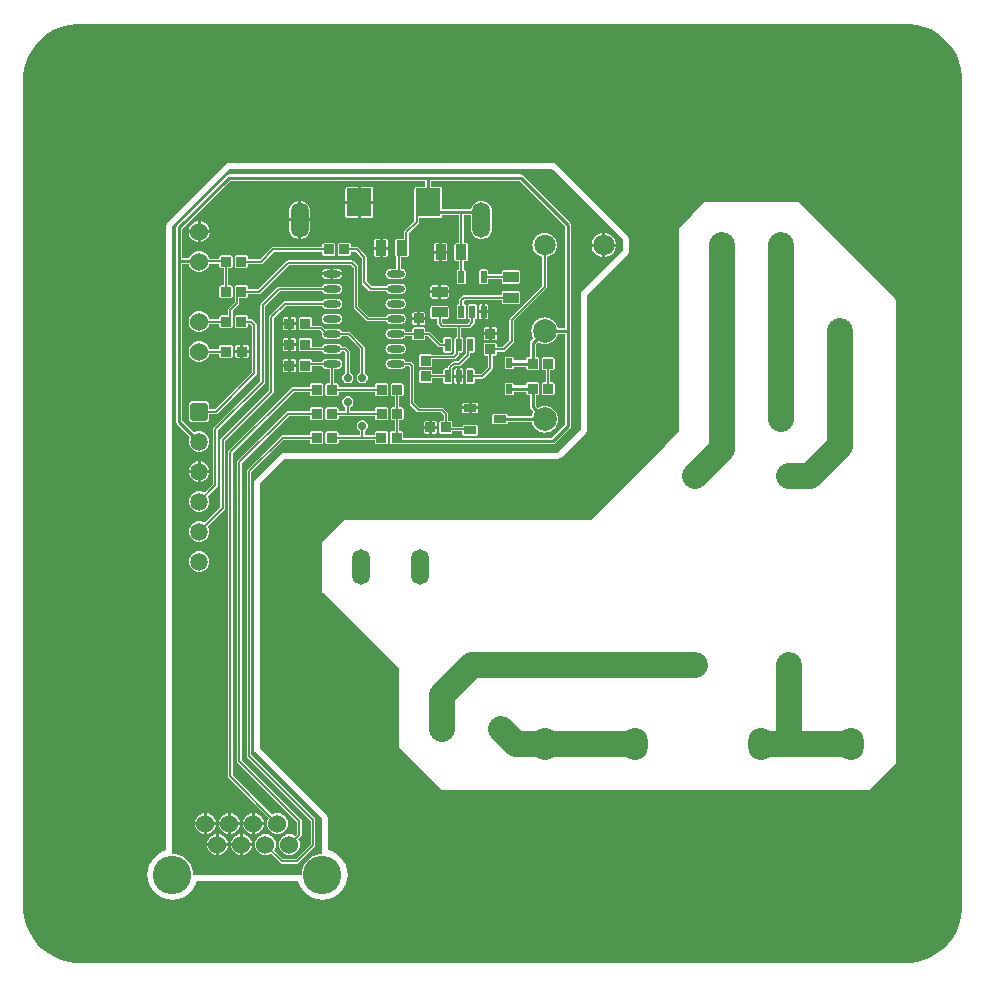
<source format=gbr>
%TF.GenerationSoftware,Altium Limited,Altium Designer,20.1.8 (145)*%
G04 Layer_Physical_Order=2*
G04 Layer_Color=16728128*
%FSLAX45Y45*%
%MOMM*%
%TF.SameCoordinates,6D2D8FCC-EB96-405E-AB85-A4400E8CD33B*%
%TF.FilePolarity,Positive*%
%TF.FileFunction,Copper,L2,Bot,Signal*%
%TF.Part,Single*%
G01*
G75*
%TA.AperFunction,Conductor*%
%ADD10C,0.12700*%
%ADD11C,2.20000*%
%TA.AperFunction,ComponentPad*%
%ADD13C,1.52400*%
%ADD14C,3.25120*%
%ADD15C,1.80000*%
%ADD16C,2.00000*%
%ADD17C,1.50000*%
%ADD18O,2.20000X2.70000*%
%ADD19O,1.50000X3.00000*%
G04:AMPARAMS|DCode=20|XSize=1.5mm|YSize=1.45mm|CornerRadius=0.18125mm|HoleSize=0mm|Usage=FLASHONLY|Rotation=270.000|XOffset=0mm|YOffset=0mm|HoleType=Round|Shape=RoundedRectangle|*
%AMROUNDEDRECTD20*
21,1,1.50000,1.08750,0,0,270.0*
21,1,1.13750,1.45000,0,0,270.0*
1,1,0.36250,-0.54375,-0.56875*
1,1,0.36250,-0.54375,0.56875*
1,1,0.36250,0.54375,0.56875*
1,1,0.36250,0.54375,-0.56875*
%
%ADD20ROUNDEDRECTD20*%
%ADD21O,1.45000X1.50000*%
%TA.AperFunction,ViaPad*%
%ADD22C,5.00000*%
%ADD23C,0.70000*%
%TA.AperFunction,SMDPad,CuDef*%
G04:AMPARAMS|DCode=24|XSize=0.85mm|YSize=0.85mm|CornerRadius=0.0425mm|HoleSize=0mm|Usage=FLASHONLY|Rotation=90.000|XOffset=0mm|YOffset=0mm|HoleType=Round|Shape=RoundedRectangle|*
%AMROUNDEDRECTD24*
21,1,0.85000,0.76500,0,0,90.0*
21,1,0.76500,0.85000,0,0,90.0*
1,1,0.08500,0.38250,0.38250*
1,1,0.08500,0.38250,-0.38250*
1,1,0.08500,-0.38250,-0.38250*
1,1,0.08500,-0.38250,0.38250*
%
%ADD24ROUNDEDRECTD24*%
G04:AMPARAMS|DCode=25|XSize=0.5mm|YSize=0.8mm|CornerRadius=0.0025mm|HoleSize=0mm|Usage=FLASHONLY|Rotation=0.000|XOffset=0mm|YOffset=0mm|HoleType=Round|Shape=RoundedRectangle|*
%AMROUNDEDRECTD25*
21,1,0.50000,0.79500,0,0,0.0*
21,1,0.49500,0.80000,0,0,0.0*
1,1,0.00500,0.24750,-0.39750*
1,1,0.00500,-0.24750,-0.39750*
1,1,0.00500,-0.24750,0.39750*
1,1,0.00500,0.24750,0.39750*
%
%ADD25ROUNDEDRECTD25*%
G04:AMPARAMS|DCode=26|XSize=0.85mm|YSize=0.85mm|CornerRadius=0.0425mm|HoleSize=0mm|Usage=FLASHONLY|Rotation=0.000|XOffset=0mm|YOffset=0mm|HoleType=Round|Shape=RoundedRectangle|*
%AMROUNDEDRECTD26*
21,1,0.85000,0.76500,0,0,0.0*
21,1,0.76500,0.85000,0,0,0.0*
1,1,0.08500,0.38250,-0.38250*
1,1,0.08500,-0.38250,-0.38250*
1,1,0.08500,-0.38250,0.38250*
1,1,0.08500,0.38250,0.38250*
%
%ADD26ROUNDEDRECTD26*%
G04:AMPARAMS|DCode=27|XSize=0.5mm|YSize=1.05mm|CornerRadius=0.025mm|HoleSize=0mm|Usage=FLASHONLY|Rotation=180.000|XOffset=0mm|YOffset=0mm|HoleType=Round|Shape=RoundedRectangle|*
%AMROUNDEDRECTD27*
21,1,0.50000,1.00000,0,0,180.0*
21,1,0.45000,1.05000,0,0,180.0*
1,1,0.05000,-0.22500,0.50000*
1,1,0.05000,0.22500,0.50000*
1,1,0.05000,0.22500,-0.50000*
1,1,0.05000,-0.22500,-0.50000*
%
%ADD27ROUNDEDRECTD27*%
G04:AMPARAMS|DCode=28|XSize=0.6mm|YSize=1.1mm|CornerRadius=0.03mm|HoleSize=0mm|Usage=FLASHONLY|Rotation=270.000|XOffset=0mm|YOffset=0mm|HoleType=Round|Shape=RoundedRectangle|*
%AMROUNDEDRECTD28*
21,1,0.60000,1.04000,0,0,270.0*
21,1,0.54000,1.10000,0,0,270.0*
1,1,0.06000,-0.52000,-0.27000*
1,1,0.06000,-0.52000,0.27000*
1,1,0.06000,0.52000,0.27000*
1,1,0.06000,0.52000,-0.27000*
%
%ADD28ROUNDEDRECTD28*%
G04:AMPARAMS|DCode=29|XSize=0.85mm|YSize=0.9mm|CornerRadius=0.0425mm|HoleSize=0mm|Usage=FLASHONLY|Rotation=270.000|XOffset=0mm|YOffset=0mm|HoleType=Round|Shape=RoundedRectangle|*
%AMROUNDEDRECTD29*
21,1,0.85000,0.81500,0,0,270.0*
21,1,0.76500,0.90000,0,0,270.0*
1,1,0.08500,-0.40750,-0.38250*
1,1,0.08500,-0.40750,0.38250*
1,1,0.08500,0.40750,0.38250*
1,1,0.08500,0.40750,-0.38250*
%
%ADD29ROUNDEDRECTD29*%
G04:AMPARAMS|DCode=30|XSize=2.35mm|YSize=2.1mm|CornerRadius=0.0105mm|HoleSize=0mm|Usage=FLASHONLY|Rotation=270.000|XOffset=0mm|YOffset=0mm|HoleType=Round|Shape=RoundedRectangle|*
%AMROUNDEDRECTD30*
21,1,2.35000,2.07900,0,0,270.0*
21,1,2.32900,2.10000,0,0,270.0*
1,1,0.02100,-1.03950,-1.16450*
1,1,0.02100,-1.03950,1.16450*
1,1,0.02100,1.03950,1.16450*
1,1,0.02100,1.03950,-1.16450*
%
%ADD30ROUNDEDRECTD30*%
%ADD31O,1.50000X0.60000*%
G04:AMPARAMS|DCode=32|XSize=1.275mm|YSize=0.9mm|CornerRadius=0.045mm|HoleSize=0mm|Usage=FLASHONLY|Rotation=0.000|XOffset=0mm|YOffset=0mm|HoleType=Round|Shape=RoundedRectangle|*
%AMROUNDEDRECTD32*
21,1,1.27500,0.81000,0,0,0.0*
21,1,1.18500,0.90000,0,0,0.0*
1,1,0.09000,0.59250,-0.40500*
1,1,0.09000,-0.59250,-0.40500*
1,1,0.09000,-0.59250,0.40500*
1,1,0.09000,0.59250,0.40500*
%
%ADD32ROUNDEDRECTD32*%
G04:AMPARAMS|DCode=33|XSize=0.5mm|YSize=1mm|CornerRadius=0.025mm|HoleSize=0mm|Usage=FLASHONLY|Rotation=0.000|XOffset=0mm|YOffset=0mm|HoleType=Round|Shape=RoundedRectangle|*
%AMROUNDEDRECTD33*
21,1,0.50000,0.95000,0,0,0.0*
21,1,0.45000,1.00000,0,0,0.0*
1,1,0.05000,0.22500,-0.47500*
1,1,0.05000,-0.22500,-0.47500*
1,1,0.05000,-0.22500,0.47500*
1,1,0.05000,0.22500,0.47500*
%
%ADD33ROUNDEDRECTD33*%
G04:AMPARAMS|DCode=34|XSize=1.275mm|YSize=0.9mm|CornerRadius=0.045mm|HoleSize=0mm|Usage=FLASHONLY|Rotation=90.000|XOffset=0mm|YOffset=0mm|HoleType=Round|Shape=RoundedRectangle|*
%AMROUNDEDRECTD34*
21,1,1.27500,0.81000,0,0,90.0*
21,1,1.18500,0.90000,0,0,90.0*
1,1,0.09000,0.40500,0.59250*
1,1,0.09000,0.40500,-0.59250*
1,1,0.09000,-0.40500,-0.59250*
1,1,0.09000,-0.40500,0.59250*
%
%ADD34ROUNDEDRECTD34*%
%TA.AperFunction,Conductor*%
%ADD35C,0.15240*%
%ADD36C,0.25400*%
G36*
X7592691Y7965991D02*
X7652723Y7949906D01*
X7710141Y7926122D01*
X7763962Y7895049D01*
X7813268Y7857215D01*
X7857214Y7813269D01*
X7895049Y7763961D01*
X7926122Y7710141D01*
X7949906Y7652723D01*
X7965991Y7592691D01*
X7974104Y7531074D01*
X7974103Y7500000D01*
Y7500000D01*
Y7500000D01*
X7974104Y500000D01*
Y468926D01*
X7965991Y407308D01*
X7949906Y347277D01*
X7926122Y289858D01*
X7895049Y236038D01*
X7857215Y186731D01*
X7813269Y142786D01*
X7763961Y104950D01*
X7710141Y73877D01*
X7652723Y50093D01*
X7592692Y34008D01*
X7531074Y25896D01*
X468926D01*
X407308Y34008D01*
X347277Y50093D01*
X289858Y73877D01*
X236038Y104950D01*
X186731Y142785D01*
X142786Y186730D01*
X104950Y236038D01*
X73877Y289858D01*
X50093Y347277D01*
X34008Y407308D01*
X25896Y468926D01*
X25897Y500000D01*
Y500000D01*
Y500000D01*
X25896Y7500000D01*
Y7531074D01*
X34008Y7592692D01*
X50093Y7652723D01*
X73877Y7710141D01*
X104950Y7763962D01*
X142785Y7813268D01*
X186730Y7857214D01*
X236038Y7895049D01*
X289858Y7926122D01*
X347277Y7949906D01*
X407308Y7965991D01*
X468926Y7974104D01*
X7531074D01*
X7592691Y7965991D01*
D02*
G37*
%LPC*%
G36*
X6589443Y6461617D02*
X5790426Y6461498D01*
X5689169Y6360226D01*
X5683454Y6355345D01*
X5678564Y6349620D01*
X5578038Y6249079D01*
X5578037Y6104455D01*
X5577687Y6100000D01*
Y4524818D01*
X5455654Y4402786D01*
X5454204Y4401088D01*
X4826930Y3773814D01*
X2747725Y3773786D01*
X2556290Y3582353D01*
X2556294Y3162173D01*
X3201585Y2516865D01*
X3201586Y1852656D01*
X3568430Y1485833D01*
X7183649Y1485828D01*
X7287141Y1589320D01*
X7291046Y1592654D01*
X7294380Y1596559D01*
X7412582Y1714760D01*
X7412583Y5638616D01*
X6589443Y6461617D01*
D02*
G37*
G36*
X1773399Y6799379D02*
X1757127Y6796142D01*
X1753890Y6795498D01*
X1737351Y6784447D01*
X1251564Y6298660D01*
X1240513Y6282121D01*
X1236632Y6262612D01*
X1236621Y977660D01*
X1205863Y968330D01*
X1168937Y948592D01*
X1136570Y922030D01*
X1110008Y889663D01*
X1090270Y852737D01*
X1078116Y812669D01*
X1074012Y771000D01*
X1078116Y729331D01*
X1090270Y689263D01*
X1110008Y652337D01*
X1136570Y619970D01*
X1168937Y593408D01*
X1205863Y573670D01*
X1245931Y561516D01*
X1287600Y557412D01*
X1329269Y561516D01*
X1369337Y573670D01*
X1406263Y593408D01*
X1438630Y619970D01*
X1465192Y652337D01*
X1484930Y689263D01*
X1494260Y720020D01*
X2350940Y720021D01*
X2360270Y689263D01*
X2380008Y652337D01*
X2406570Y619970D01*
X2438937Y593408D01*
X2475863Y573670D01*
X2515931Y561516D01*
X2557600Y557412D01*
X2599269Y561516D01*
X2639337Y573670D01*
X2676263Y593408D01*
X2708630Y619970D01*
X2735192Y652337D01*
X2754930Y689263D01*
X2767084Y729331D01*
X2771188Y771000D01*
X2767084Y812669D01*
X2754930Y852737D01*
X2735192Y889663D01*
X2708630Y922030D01*
X2676263Y948592D01*
X2639337Y968330D01*
X2603168Y979301D01*
X2603170Y1247815D01*
D01*
Y1247815D01*
X2599289Y1267324D01*
X2588238Y1283863D01*
X2032178Y1839923D01*
X2032182Y4085086D01*
X2239501Y4292404D01*
X4546602Y4292421D01*
X4549838Y4293065D01*
X4566111Y4296301D01*
X4582649Y4307352D01*
X4785846Y4510550D01*
X4796897Y4527089D01*
X4800777Y4546598D01*
X4800779Y5678683D01*
X5135866Y6013770D01*
Y6013770D01*
X5135866D01*
X5141354Y6021983D01*
X5146917Y6030309D01*
Y6030309D01*
X5146917Y6030309D01*
X5149254Y6042057D01*
X5150797Y6049818D01*
Y6049818D01*
Y6049818D01*
X5150796Y6150182D01*
X5149253Y6157943D01*
X5146916Y6169691D01*
X5146916Y6169691D01*
Y6169691D01*
X5144687Y6173026D01*
X5135865Y6186230D01*
X4537657Y6784441D01*
X4521118Y6795492D01*
X4501609Y6799372D01*
X4501609D01*
D01*
X1773399Y6799379D01*
D02*
G37*
%LPD*%
G36*
X4501609Y6748393D02*
X5099817Y6150182D01*
X5099818Y6049818D01*
X4749799Y5699800D01*
X4749798Y4546598D01*
X4546601Y4343400D01*
X2218384Y4343384D01*
X1981202Y4106202D01*
X1981199Y1818807D01*
X2552190Y1247815D01*
X2552188Y946376D01*
X2530098Y944638D01*
X2503274Y938198D01*
X2477788Y927641D01*
X2454266Y913227D01*
X2433289Y895311D01*
X2415373Y874334D01*
X2400959Y850812D01*
X2390402Y825326D01*
X2383962Y798502D01*
X2381798Y771001D01*
X1481182Y771000D01*
X1463402Y771000D01*
X1461238Y798502D01*
X1454798Y825326D01*
X1444241Y850812D01*
X1429827Y874334D01*
X1411911Y895311D01*
X1390934Y913227D01*
X1367412Y927641D01*
X1341926Y938198D01*
X1315102Y944638D01*
X1287600Y946802D01*
X1287612Y6262612D01*
X1773399Y6748399D01*
X4501609Y6748393D01*
D02*
G37*
%LPC*%
G36*
X2973250Y6593069D02*
X2882001D01*
Y6475303D01*
X2987270D01*
Y6579050D01*
X2986203Y6584415D01*
X2983163Y6588963D01*
X2978615Y6592002D01*
X2973250Y6593069D01*
D02*
G37*
G36*
X2856601D02*
X2765350D01*
X2759985Y6592002D01*
X2755437Y6588963D01*
X2752398Y6584415D01*
X2751331Y6579050D01*
Y6475303D01*
X2856601D01*
Y6593069D01*
D02*
G37*
G36*
X2987270Y6449903D02*
X2882001D01*
Y6332131D01*
X2973250D01*
X2978615Y6333198D01*
X2983163Y6336237D01*
X2986203Y6340785D01*
X2987270Y6346150D01*
Y6449903D01*
D02*
G37*
G36*
X2856601D02*
X2751331D01*
Y6346150D01*
X2752398Y6340785D01*
X2755437Y6336237D01*
X2759985Y6333198D01*
X2765350Y6332131D01*
X2856601D01*
Y6449903D01*
D02*
G37*
G36*
X2375898Y6474474D02*
Y6325299D01*
X2451324D01*
Y6387600D01*
X2449631Y6404793D01*
X2444616Y6421324D01*
X2436473Y6436560D01*
X2425513Y6449914D01*
X2412159Y6460873D01*
X2396924Y6469017D01*
X2380392Y6474032D01*
X2375898Y6474474D01*
D02*
G37*
G36*
X2350498Y6474474D02*
X2346008Y6474032D01*
X2329476Y6469017D01*
X2314241Y6460873D01*
X2300887Y6449914D01*
X2289927Y6436560D01*
X2281784Y6421324D01*
X2276769Y6404793D01*
X2275076Y6387600D01*
Y6325299D01*
X2350498D01*
Y6474474D01*
D02*
G37*
G36*
X1525900Y6303079D02*
Y6227696D01*
X1601280D01*
X1600814Y6232427D01*
X1595731Y6249185D01*
X1587476Y6264629D01*
X1576366Y6278166D01*
X1562829Y6289275D01*
X1547385Y6297530D01*
X1530628Y6302614D01*
X1525900Y6303079D01*
D02*
G37*
G36*
X1500500D02*
X1495773Y6302614D01*
X1479015Y6297530D01*
X1463571Y6289275D01*
X1450034Y6278166D01*
X1438925Y6264629D01*
X1430670Y6249185D01*
X1425586Y6232427D01*
X1425120Y6227696D01*
X1500500D01*
Y6303079D01*
D02*
G37*
G36*
X2350498Y6299899D02*
X2275076D01*
Y6237600D01*
X2276769Y6220408D01*
X2281784Y6203877D01*
X2289927Y6188641D01*
X2300887Y6175287D01*
X2314241Y6164328D01*
X2329476Y6156184D01*
X2346008Y6151169D01*
X2350498Y6150727D01*
Y6299899D01*
D02*
G37*
G36*
X2451324D02*
X2375898D01*
Y6150727D01*
X2380392Y6151169D01*
X2396924Y6156184D01*
X2412159Y6164328D01*
X2425513Y6175287D01*
X2436473Y6188641D01*
X2444616Y6203877D01*
X2449631Y6220408D01*
X2451324Y6237600D01*
Y6299899D01*
D02*
G37*
G36*
X1500500Y6202296D02*
X1425121D01*
X1425586Y6197573D01*
X1430670Y6180815D01*
X1438925Y6165371D01*
X1450034Y6151834D01*
X1463571Y6140725D01*
X1479015Y6132470D01*
X1495773Y6127386D01*
X1500500Y6126921D01*
Y6202296D01*
D02*
G37*
G36*
X1601279D02*
X1525900D01*
Y6126921D01*
X1530628Y6127386D01*
X1547385Y6132470D01*
X1562829Y6140725D01*
X1576366Y6151834D01*
X1587476Y6165371D01*
X1595731Y6180815D01*
X1600814Y6197573D01*
X1601279Y6202296D01*
D02*
G37*
G36*
X4951500Y6201945D02*
Y6112700D01*
X5040746D01*
X5040014Y6120132D01*
X5034141Y6139491D01*
X5024605Y6157333D01*
X5011771Y6172971D01*
X4996133Y6185804D01*
X4978292Y6195341D01*
X4958932Y6201213D01*
X4951500Y6201945D01*
D02*
G37*
G36*
X4926100D02*
X4918667Y6201213D01*
X4899308Y6195341D01*
X4881467Y6185804D01*
X4865829Y6172971D01*
X4852995Y6157333D01*
X4843459Y6139491D01*
X4837586Y6120132D01*
X4836854Y6112700D01*
X4926100D01*
Y6201945D01*
D02*
G37*
G36*
X3093860Y6152087D02*
X3066062D01*
Y6088002D01*
X3111397D01*
Y6134550D01*
X3110062Y6141261D01*
X3106260Y6146951D01*
X3100571Y6150752D01*
X3093860Y6152087D01*
D02*
G37*
G36*
X3040662D02*
X3012860D01*
X3006149Y6150752D01*
X3000459Y6146951D01*
X2996658Y6141261D01*
X2995323Y6134550D01*
Y6088002D01*
X3040662D01*
Y6152087D01*
D02*
G37*
G36*
X3597540Y6116987D02*
X3569738D01*
Y6052897D01*
X3615077D01*
Y6099450D01*
X3613742Y6106161D01*
X3609941Y6111851D01*
X3604251Y6115652D01*
X3597540Y6116987D01*
D02*
G37*
G36*
X3544338D02*
X3516540D01*
X3509829Y6115652D01*
X3504140Y6111851D01*
X3500338Y6106161D01*
X3499003Y6099450D01*
Y6052897D01*
X3544338D01*
Y6116987D01*
D02*
G37*
G36*
X2649910Y6118592D02*
X2573410D01*
X2566797Y6117277D01*
X2561190Y6113530D01*
X2557444Y6107924D01*
X2556128Y6101310D01*
Y6083778D01*
X2138760D01*
X2130832Y6082201D01*
X2124110Y6077710D01*
X2124110Y6077709D01*
X2028118Y5981718D01*
X1926488D01*
Y5999250D01*
X1925172Y6005863D01*
X1921426Y6011470D01*
X1915819Y6015216D01*
X1909206Y6016532D01*
X1832706D01*
X1826092Y6015216D01*
X1820486Y6011470D01*
X1816739Y6005863D01*
X1815424Y5999250D01*
Y5922750D01*
X1816739Y5916136D01*
X1820486Y5910529D01*
X1826092Y5906783D01*
X1832706Y5905468D01*
X1909206D01*
X1915819Y5906783D01*
X1921426Y5910529D01*
X1925172Y5916136D01*
X1926488Y5922750D01*
Y5940282D01*
X2036698D01*
X2036700Y5940281D01*
X2044628Y5941859D01*
X2051350Y5946350D01*
X2147342Y6042342D01*
X2556128D01*
Y6024810D01*
X2557444Y6018196D01*
X2561190Y6012590D01*
X2566797Y6008843D01*
X2573410Y6007528D01*
X2649910D01*
X2656524Y6008843D01*
X2662131Y6012590D01*
X2665877Y6018196D01*
X2667192Y6024810D01*
Y6101310D01*
X2665877Y6107924D01*
X2662131Y6113530D01*
X2656524Y6117277D01*
X2649910Y6118592D01*
D02*
G37*
G36*
X3111397Y6062602D02*
X3066062D01*
Y5998513D01*
X3093860D01*
X3100571Y5999848D01*
X3106260Y6003649D01*
X3110062Y6009339D01*
X3111397Y6016050D01*
Y6062602D01*
D02*
G37*
G36*
X3040662D02*
X2995323D01*
Y6016050D01*
X2996658Y6009339D01*
X3000459Y6003649D01*
X3006149Y5999848D01*
X3012860Y5998513D01*
X3040662D01*
Y6062602D01*
D02*
G37*
G36*
X5040746Y6087300D02*
X4951500D01*
Y5998054D01*
X4958932Y5998786D01*
X4978292Y6004659D01*
X4996133Y6014195D01*
X5011771Y6027029D01*
X5024605Y6042667D01*
X5034141Y6060508D01*
X5040014Y6079867D01*
X5040746Y6087300D01*
D02*
G37*
G36*
X4926100D02*
X4836854D01*
X4837586Y6079867D01*
X4843459Y6060508D01*
X4852995Y6042667D01*
X4865829Y6027029D01*
X4881467Y6014195D01*
X4899308Y6004659D01*
X4918667Y5998786D01*
X4926100Y5998054D01*
Y6087300D01*
D02*
G37*
G36*
X3615077Y6027497D02*
X3569738D01*
Y5963413D01*
X3597540D01*
X3604251Y5964748D01*
X3609941Y5968549D01*
X3613742Y5974239D01*
X3615077Y5980950D01*
Y6027497D01*
D02*
G37*
G36*
X3544338D02*
X3499003D01*
Y5980950D01*
X3500338Y5974239D01*
X3504140Y5968549D01*
X3509829Y5964748D01*
X3516540Y5963413D01*
X3544338D01*
Y6027497D01*
D02*
G37*
G36*
X2682800Y5899929D02*
X2650502D01*
Y5869562D01*
X2723757D01*
X2720098Y5878394D01*
X2713254Y5887314D01*
X2704334Y5894158D01*
X2693947Y5898461D01*
X2682800Y5899929D01*
D02*
G37*
G36*
X2625102D02*
X2592800D01*
X2581653Y5898461D01*
X2571266Y5894158D01*
X2562346Y5887314D01*
X2555502Y5878394D01*
X2551843Y5869562D01*
X2625102D01*
Y5899929D01*
D02*
G37*
G36*
X2723758Y5844162D02*
X2650502D01*
Y5813792D01*
X2682800D01*
X2693947Y5815259D01*
X2704334Y5819562D01*
X2713254Y5826406D01*
X2720098Y5835326D01*
X2723758Y5844162D01*
D02*
G37*
G36*
X2625102D02*
X2551842D01*
X2555502Y5835326D01*
X2562346Y5826406D01*
X2571266Y5819562D01*
X2581653Y5815259D01*
X2592800Y5813792D01*
X2625102D01*
Y5844162D01*
D02*
G37*
G36*
X3944780Y5894458D02*
X3899780D01*
X3893849Y5893279D01*
X3888822Y5889919D01*
X3885462Y5884891D01*
X3884282Y5878961D01*
Y5783960D01*
X3885462Y5778030D01*
X3888822Y5773002D01*
X3893849Y5769643D01*
X3899780Y5768463D01*
X3944780D01*
X3950711Y5769643D01*
X3955738Y5773002D01*
X3959098Y5778030D01*
X3960278Y5783960D01*
Y5810743D01*
X4075613D01*
Y5790960D01*
X4076948Y5784249D01*
X4080749Y5778560D01*
X4086439Y5774759D01*
X4093150Y5773424D01*
X4211650D01*
X4218361Y5774759D01*
X4224050Y5778560D01*
X4227852Y5784249D01*
X4229187Y5790960D01*
Y5871961D01*
X4227852Y5878672D01*
X4224050Y5884361D01*
X4218361Y5888162D01*
X4211650Y5889497D01*
X4093150D01*
X4086439Y5888162D01*
X4080749Y5884361D01*
X4076948Y5878672D01*
X4075613Y5871961D01*
Y5852179D01*
X3960278D01*
Y5878961D01*
X3959098Y5884891D01*
X3955738Y5889919D01*
X3950711Y5893279D01*
X3944780Y5894458D01*
D02*
G37*
G36*
X2682800Y5772929D02*
X2592800D01*
X2581653Y5771461D01*
X2571266Y5767158D01*
X2562346Y5760314D01*
X2555502Y5751394D01*
X2554627Y5749283D01*
X2189101D01*
X2189100Y5749283D01*
X2181667Y5747805D01*
X2175366Y5743594D01*
X2175365Y5743594D01*
X2037679Y5605908D01*
X2033469Y5599607D01*
X2031991Y5592174D01*
Y4949874D01*
X1637148Y4555031D01*
X1632938Y4548730D01*
X1631459Y4541296D01*
Y4074727D01*
X1559885Y4003154D01*
X1545963Y4010595D01*
X1529902Y4015467D01*
X1513200Y4017112D01*
X1496498Y4015467D01*
X1480438Y4010595D01*
X1465637Y4002684D01*
X1452663Y3992037D01*
X1442016Y3979063D01*
X1434105Y3964262D01*
X1429233Y3948202D01*
X1427588Y3931500D01*
Y3926500D01*
X1429233Y3909798D01*
X1434105Y3893738D01*
X1442016Y3878937D01*
X1452663Y3865963D01*
X1465637Y3855316D01*
X1480438Y3847405D01*
X1496498Y3842533D01*
X1513200Y3840888D01*
X1529902Y3842533D01*
X1545963Y3847405D01*
X1560764Y3855316D01*
X1573737Y3865963D01*
X1584384Y3878937D01*
X1592296Y3893738D01*
X1597167Y3909798D01*
X1598812Y3926500D01*
Y3931500D01*
X1597167Y3948202D01*
X1592296Y3964262D01*
X1586595Y3974927D01*
X1664616Y4052947D01*
X1664616Y4052948D01*
X1668827Y4059249D01*
X1670306Y4066682D01*
X1670305Y4066683D01*
Y4533251D01*
X2065148Y4928094D01*
X2069358Y4934395D01*
X2070837Y4941828D01*
X2070837Y4941829D01*
Y5584128D01*
X2197145Y5710437D01*
X2554627D01*
X2555502Y5708326D01*
X2562346Y5699406D01*
X2571266Y5692562D01*
X2581653Y5688259D01*
X2592800Y5686792D01*
X2682800D01*
X2693947Y5688259D01*
X2704334Y5692562D01*
X2713254Y5699406D01*
X2720098Y5708326D01*
X2724401Y5718713D01*
X2725868Y5729860D01*
X2724401Y5741007D01*
X2720098Y5751394D01*
X2713254Y5760314D01*
X2704334Y5767158D01*
X2693947Y5771461D01*
X2682800Y5772929D01*
D02*
G37*
G36*
X3607630Y5762857D02*
X3561080D01*
Y5717520D01*
X3625167D01*
Y5745320D01*
X3623832Y5752031D01*
X3620030Y5757721D01*
X3614341Y5761522D01*
X3607630Y5762857D01*
D02*
G37*
G36*
X3535680D02*
X3489130D01*
X3482418Y5761522D01*
X3476729Y5757721D01*
X3472928Y5752031D01*
X3471593Y5745320D01*
Y5717520D01*
X3535680D01*
Y5762857D01*
D02*
G37*
G36*
X2779910Y6118592D02*
X2703410D01*
X2696796Y6117277D01*
X2691190Y6113531D01*
X2687443Y6107924D01*
X2686128Y6101310D01*
Y6024810D01*
X2687443Y6018197D01*
X2691190Y6012590D01*
X2696796Y6008844D01*
X2703410Y6007528D01*
X2779910D01*
X2786524Y6008844D01*
X2792130Y6012590D01*
X2795877Y6018197D01*
X2797192Y6024810D01*
Y6042342D01*
X2839300D01*
X2889602Y5992041D01*
Y5789182D01*
X2889602Y5789180D01*
X2891179Y5781252D01*
X2895670Y5774530D01*
X2954990Y5715211D01*
X2954990Y5715210D01*
X2961712Y5710719D01*
X2969640Y5709142D01*
X2969642Y5709142D01*
X3095163D01*
X3095502Y5708326D01*
X3102346Y5699406D01*
X3111266Y5692562D01*
X3121653Y5688259D01*
X3132800Y5686792D01*
X3222800D01*
X3233947Y5688259D01*
X3244334Y5692562D01*
X3253254Y5699406D01*
X3260098Y5708326D01*
X3264401Y5718713D01*
X3265868Y5729860D01*
X3264401Y5741007D01*
X3260098Y5751394D01*
X3253254Y5760314D01*
X3244334Y5767158D01*
X3233947Y5771461D01*
X3222800Y5772929D01*
X3132800D01*
X3121653Y5771461D01*
X3111266Y5767158D01*
X3102346Y5760314D01*
X3095502Y5751394D01*
X3095163Y5750578D01*
X2978222D01*
X2931038Y5797762D01*
Y6000621D01*
X2931038Y6000622D01*
X2929461Y6008551D01*
X2924970Y6015272D01*
X2924969Y6015273D01*
X2862532Y6077710D01*
X2855810Y6082201D01*
X2847882Y6083779D01*
X2847881Y6083778D01*
X2797192D01*
Y6101310D01*
X2795877Y6107924D01*
X2792130Y6113531D01*
X2786524Y6117277D01*
X2779910Y6118592D01*
D02*
G37*
G36*
X4211650Y5714257D02*
X4093150D01*
X4086439Y5712922D01*
X4080749Y5709121D01*
X4076948Y5703431D01*
X4075613Y5696720D01*
Y5675643D01*
X3753536D01*
X3753534Y5675643D01*
X3746101Y5674165D01*
X3739800Y5669954D01*
X3739799Y5669954D01*
X3718546Y5648700D01*
X3714335Y5642399D01*
X3712857Y5634966D01*
Y5599458D01*
X3709780D01*
X3703849Y5598278D01*
X3698822Y5594918D01*
X3695462Y5589891D01*
X3694282Y5583960D01*
Y5488960D01*
X3695462Y5483029D01*
X3698822Y5478002D01*
X3703849Y5474642D01*
X3709780Y5473463D01*
X3754780D01*
X3760711Y5474642D01*
X3765738Y5478002D01*
X3769098Y5483029D01*
X3770278Y5488960D01*
Y5583960D01*
X3769098Y5589891D01*
X3765738Y5594918D01*
X3760711Y5598278D01*
X3754780Y5599458D01*
X3751703D01*
Y5626920D01*
X3761579Y5636797D01*
X4075613D01*
Y5615720D01*
X4076948Y5609009D01*
X4080749Y5603320D01*
X4086439Y5599518D01*
X4093150Y5598183D01*
X4211650D01*
X4218361Y5599518D01*
X4224050Y5603320D01*
X4227852Y5609009D01*
X4229187Y5615720D01*
Y5696720D01*
X4227852Y5703431D01*
X4224050Y5709121D01*
X4218361Y5712922D01*
X4211650Y5714257D01*
D02*
G37*
G36*
X3625167Y5692120D02*
X3561080D01*
Y5646783D01*
X3607630D01*
X3614341Y5648118D01*
X3620030Y5651919D01*
X3623832Y5657609D01*
X3625167Y5664320D01*
Y5692120D01*
D02*
G37*
G36*
X3535680D02*
X3471593D01*
Y5664320D01*
X3472928Y5657609D01*
X3476729Y5651919D01*
X3482418Y5648118D01*
X3489130Y5646783D01*
X3535680D01*
Y5692120D01*
D02*
G37*
G36*
X3222800Y5645929D02*
X3132800D01*
X3121653Y5644461D01*
X3111266Y5640158D01*
X3102346Y5633314D01*
X3095502Y5624394D01*
X3091199Y5614007D01*
X3089731Y5602860D01*
X3091199Y5591713D01*
X3095502Y5581326D01*
X3102346Y5572406D01*
X3111266Y5565562D01*
X3121653Y5561259D01*
X3132800Y5559792D01*
X3222800D01*
X3233947Y5561259D01*
X3244334Y5565562D01*
X3253254Y5572406D01*
X3260098Y5581326D01*
X3264401Y5591713D01*
X3265868Y5602860D01*
X3264401Y5614007D01*
X3260098Y5624394D01*
X3253254Y5633314D01*
X3244334Y5640158D01*
X3233947Y5644461D01*
X3222800Y5645929D01*
D02*
G37*
G36*
X2682800D02*
X2592800D01*
X2581653Y5644461D01*
X2571266Y5640158D01*
X2562346Y5633314D01*
X2556045Y5625102D01*
X2236344D01*
X2228415Y5623525D01*
X2221694Y5619034D01*
X2221694Y5619033D01*
X2109790Y5507130D01*
X2105299Y5500408D01*
X2103721Y5492480D01*
X2103722Y5492478D01*
Y4868305D01*
X1698050Y4462633D01*
X1693559Y4455912D01*
X1691981Y4447983D01*
X1691982Y4447982D01*
Y3883081D01*
X1558692Y3749791D01*
X1545963Y3756595D01*
X1529902Y3761467D01*
X1513200Y3763112D01*
X1496498Y3761467D01*
X1480438Y3756595D01*
X1465637Y3748684D01*
X1452663Y3738037D01*
X1442016Y3725063D01*
X1434105Y3710262D01*
X1429233Y3694202D01*
X1427588Y3677500D01*
Y3672500D01*
X1429233Y3655798D01*
X1434105Y3639738D01*
X1442016Y3624937D01*
X1452663Y3611963D01*
X1465637Y3601316D01*
X1480438Y3593405D01*
X1496498Y3588533D01*
X1513200Y3586888D01*
X1529902Y3588533D01*
X1545963Y3593405D01*
X1560764Y3601316D01*
X1573737Y3611963D01*
X1584384Y3624937D01*
X1592296Y3639738D01*
X1597167Y3655798D01*
X1598812Y3672500D01*
Y3677500D01*
X1597167Y3694202D01*
X1592296Y3710262D01*
X1587233Y3719733D01*
X1727349Y3859849D01*
X1727350Y3859850D01*
X1731841Y3866571D01*
X1733418Y3874499D01*
Y4439401D01*
X2139089Y4845073D01*
X2139090Y4845073D01*
X2143581Y4851794D01*
X2145158Y4859723D01*
X2145158Y4859724D01*
Y5483898D01*
X2244926Y5583666D01*
X2554532D01*
X2555502Y5581326D01*
X2562346Y5572406D01*
X2571266Y5565562D01*
X2581653Y5561259D01*
X2592800Y5559792D01*
X2682800D01*
X2693947Y5561259D01*
X2704334Y5565562D01*
X2713254Y5572406D01*
X2720098Y5581326D01*
X2724401Y5591713D01*
X2725868Y5602860D01*
X2724401Y5614007D01*
X2720098Y5624394D01*
X2713254Y5633314D01*
X2704334Y5640158D01*
X2693947Y5644461D01*
X2682800Y5645929D01*
D02*
G37*
G36*
X3944780Y5599458D02*
X3934980D01*
Y5549160D01*
X3960278D01*
Y5583960D01*
X3959098Y5589891D01*
X3955738Y5594918D01*
X3950711Y5598278D01*
X3944780Y5599458D01*
D02*
G37*
G36*
X3909580D02*
X3899780D01*
X3893849Y5598278D01*
X3888822Y5594918D01*
X3885462Y5589891D01*
X3884282Y5583960D01*
Y5549160D01*
X3909580D01*
Y5599458D01*
D02*
G37*
G36*
X3411370Y5534392D02*
X3385820D01*
Y5491563D01*
X3428652D01*
Y5517110D01*
X3427337Y5523724D01*
X3423590Y5529330D01*
X3417984Y5533077D01*
X3411370Y5534392D01*
D02*
G37*
G36*
X3360420D02*
X3334870D01*
X3328256Y5533077D01*
X3322650Y5529330D01*
X3318903Y5523724D01*
X3317588Y5517110D01*
Y5491563D01*
X3360420D01*
Y5534392D01*
D02*
G37*
G36*
X3960278Y5523760D02*
X3934980D01*
Y5473463D01*
X3944780D01*
X3950711Y5474642D01*
X3955738Y5478002D01*
X3959098Y5483029D01*
X3960278Y5488960D01*
Y5523760D01*
D02*
G37*
G36*
X3909580D02*
X3884282D01*
Y5488960D01*
X3885462Y5483029D01*
X3888822Y5478002D01*
X3893849Y5474642D01*
X3899780Y5473463D01*
X3909580D01*
Y5523760D01*
D02*
G37*
G36*
X2318750Y5491132D02*
X2290706D01*
Y5448302D01*
X2336032D01*
Y5473850D01*
X2334716Y5480464D01*
X2330970Y5486071D01*
X2325363Y5489817D01*
X2318750Y5491132D01*
D02*
G37*
G36*
X2265306D02*
X2237250D01*
X2230637Y5489817D01*
X2225030Y5486071D01*
X2221284Y5480464D01*
X2219968Y5473850D01*
Y5448302D01*
X2265306D01*
Y5491132D01*
D02*
G37*
G36*
X3849780Y5599457D02*
X3804780D01*
X3798849Y5598278D01*
X3793821Y5594918D01*
X3790462Y5589891D01*
X3789282Y5583960D01*
Y5488960D01*
X3790462Y5483029D01*
X3793821Y5478001D01*
X3798849Y5474642D01*
X3804780Y5473462D01*
X3807857D01*
Y5454874D01*
X3787686Y5434703D01*
X3581529D01*
X3567803Y5448429D01*
Y5471543D01*
X3607630D01*
X3614341Y5472878D01*
X3620031Y5476679D01*
X3623832Y5482369D01*
X3625167Y5489080D01*
Y5570080D01*
X3623832Y5576791D01*
X3620031Y5582481D01*
X3614341Y5586282D01*
X3607630Y5587617D01*
X3489130D01*
X3482419Y5586282D01*
X3476729Y5582481D01*
X3472928Y5576791D01*
X3471593Y5570080D01*
Y5489080D01*
X3472928Y5482369D01*
X3476729Y5476679D01*
X3482419Y5472878D01*
X3489130Y5471543D01*
X3528957D01*
Y5440383D01*
X3530435Y5432950D01*
X3534646Y5426649D01*
X3559749Y5401546D01*
X3559749Y5401546D01*
X3566051Y5397335D01*
X3573483Y5395857D01*
X3573485Y5395857D01*
X3693354D01*
Y5321178D01*
X3690277D01*
X3684346Y5319999D01*
X3679319Y5316639D01*
X3675959Y5311611D01*
X3674779Y5305681D01*
Y5205680D01*
X3675192Y5203604D01*
Y5183582D01*
X3663799Y5172189D01*
X3480456D01*
X3476404Y5174897D01*
X3469790Y5176212D01*
X3393290D01*
X3386676Y5174897D01*
X3381070Y5171151D01*
X3377323Y5165544D01*
X3376008Y5158930D01*
Y5082430D01*
X3377323Y5075817D01*
X3381070Y5070210D01*
X3386676Y5066464D01*
X3393290Y5065148D01*
X3469790D01*
X3476404Y5066464D01*
X3482010Y5070210D01*
X3485757Y5075817D01*
X3487072Y5082430D01*
Y5133343D01*
X3671844D01*
X3679277Y5134821D01*
X3685579Y5139032D01*
X3708350Y5161803D01*
X3712560Y5168104D01*
X3714039Y5175537D01*
Y5190183D01*
X3735277D01*
X3741208Y5191362D01*
X3746235Y5194722D01*
X3749595Y5199750D01*
X3750775Y5205680D01*
Y5305681D01*
X3749595Y5311611D01*
X3746235Y5316639D01*
X3741208Y5319999D01*
X3735277Y5321178D01*
X3732200D01*
Y5395857D01*
X3795731D01*
X3803164Y5397335D01*
X3809466Y5401546D01*
X3841014Y5433094D01*
X3845224Y5439396D01*
X3846703Y5446829D01*
Y5473462D01*
X3849780D01*
X3855711Y5474642D01*
X3860738Y5478001D01*
X3864098Y5483029D01*
X3865278Y5488960D01*
Y5583960D01*
X3864098Y5589891D01*
X3860738Y5594918D01*
X3855711Y5598278D01*
X3849780Y5599457D01*
D02*
G37*
G36*
X2266030Y5970643D02*
X2258597Y5969165D01*
X2252295Y5964954D01*
X2252295Y5964954D01*
X2013764Y5726423D01*
X1926488D01*
Y5745250D01*
X1925172Y5751863D01*
X1921426Y5757470D01*
X1915819Y5761216D01*
X1909206Y5762532D01*
X1832706D01*
X1826092Y5761216D01*
X1820486Y5757470D01*
X1816739Y5751863D01*
X1815424Y5745250D01*
Y5668749D01*
X1815662Y5667554D01*
Y5619931D01*
X1763372Y5567641D01*
X1759161Y5561340D01*
X1757683Y5553907D01*
Y5508532D01*
X1702706D01*
X1696092Y5507217D01*
X1690486Y5503470D01*
X1686739Y5497864D01*
X1685424Y5491250D01*
Y5472423D01*
X1600209D01*
X1595731Y5487185D01*
X1587476Y5502629D01*
X1576366Y5516166D01*
X1562829Y5527275D01*
X1547385Y5535530D01*
X1530628Y5540614D01*
X1513200Y5542330D01*
X1495773Y5540614D01*
X1479015Y5535530D01*
X1463571Y5527275D01*
X1450034Y5516166D01*
X1438925Y5502629D01*
X1430670Y5487185D01*
X1425586Y5470427D01*
X1423870Y5453000D01*
X1425586Y5435573D01*
X1430670Y5418815D01*
X1438925Y5403371D01*
X1450034Y5389834D01*
X1463571Y5378725D01*
X1479015Y5370470D01*
X1495773Y5365386D01*
X1513200Y5363670D01*
X1530628Y5365386D01*
X1547385Y5370470D01*
X1562829Y5378725D01*
X1576366Y5389834D01*
X1587476Y5403371D01*
X1595731Y5418815D01*
X1600209Y5433577D01*
X1685424D01*
Y5414750D01*
X1686739Y5408137D01*
X1690486Y5402530D01*
X1696092Y5398783D01*
X1702706Y5397468D01*
X1779206D01*
X1785819Y5398783D01*
X1791426Y5402530D01*
X1795172Y5408137D01*
X1796488Y5414750D01*
Y5488943D01*
X1796529Y5489150D01*
Y5545862D01*
X1848818Y5598151D01*
X1848819Y5598152D01*
X1853029Y5604453D01*
X1854508Y5611886D01*
X1854508Y5611887D01*
Y5651467D01*
X1909206D01*
X1915819Y5652783D01*
X1921426Y5656529D01*
X1925172Y5662136D01*
X1926488Y5668749D01*
Y5687576D01*
X2021809D01*
X2029242Y5689055D01*
X2035543Y5693265D01*
X2274075Y5931797D01*
X2798842D01*
X2822113Y5908525D01*
Y5573484D01*
X2823592Y5566051D01*
X2827802Y5559749D01*
X2925426Y5462126D01*
X2931727Y5457915D01*
X2939160Y5456437D01*
X3094627D01*
X3095502Y5454326D01*
X3102346Y5445406D01*
X3111266Y5438562D01*
X3121653Y5434259D01*
X3132800Y5432792D01*
X3222800D01*
X3233947Y5434259D01*
X3244334Y5438562D01*
X3253254Y5445406D01*
X3260098Y5454326D01*
X3264401Y5464713D01*
X3265868Y5475860D01*
X3264401Y5487007D01*
X3260098Y5497394D01*
X3253254Y5506314D01*
X3244334Y5513158D01*
X3233947Y5517461D01*
X3222800Y5518929D01*
X3132800D01*
X3121653Y5517461D01*
X3111266Y5513158D01*
X3102346Y5506314D01*
X3095502Y5497394D01*
X3094627Y5495283D01*
X2947206D01*
X2860960Y5581529D01*
Y5916571D01*
X2859481Y5924004D01*
X2855271Y5930305D01*
X2820621Y5964954D01*
X2814320Y5969165D01*
X2806887Y5970643D01*
X2266031D01*
X2266030Y5970643D01*
D02*
G37*
G36*
X2682800Y5518929D02*
X2592800D01*
X2581653Y5517461D01*
X2571266Y5513158D01*
X2562346Y5506314D01*
X2555502Y5497394D01*
X2551199Y5487007D01*
X2549732Y5475860D01*
X2551199Y5464713D01*
X2555502Y5454326D01*
X2562346Y5445406D01*
X2571266Y5438562D01*
X2581653Y5434259D01*
X2592800Y5432792D01*
X2682800D01*
X2693947Y5434259D01*
X2704334Y5438562D01*
X2713254Y5445406D01*
X2720098Y5454326D01*
X2724401Y5464713D01*
X2725868Y5475860D01*
X2724401Y5487007D01*
X2720098Y5497394D01*
X2713254Y5506314D01*
X2704334Y5513158D01*
X2693947Y5517461D01*
X2682800Y5518929D01*
D02*
G37*
G36*
X3428652Y5466163D02*
X3385820D01*
Y5423328D01*
X3411370D01*
X3417984Y5424643D01*
X3423590Y5428390D01*
X3427337Y5433996D01*
X3428652Y5440610D01*
Y5466163D01*
D02*
G37*
G36*
X3360420D02*
X3317588D01*
Y5440610D01*
X3318903Y5433996D01*
X3322650Y5428390D01*
X3328256Y5424643D01*
X3334870Y5423328D01*
X3360420D01*
Y5466163D01*
D02*
G37*
G36*
X4237755Y6698098D02*
X1768155D01*
X1758244Y6696126D01*
X1749843Y6690512D01*
X1327888Y6268557D01*
X1322274Y6260156D01*
X1320302Y6250245D01*
Y5964538D01*
Y4604001D01*
X1322274Y4594090D01*
X1327888Y4585688D01*
X1436616Y4476960D01*
X1434105Y4472262D01*
X1429233Y4456202D01*
X1427588Y4439500D01*
Y4434500D01*
X1429233Y4417798D01*
X1434105Y4401738D01*
X1442016Y4386937D01*
X1452663Y4373963D01*
X1465637Y4363316D01*
X1480438Y4355405D01*
X1496498Y4350533D01*
X1513200Y4348888D01*
X1529902Y4350533D01*
X1545963Y4355405D01*
X1560764Y4363316D01*
X1573737Y4373963D01*
X1584384Y4386937D01*
X1592296Y4401738D01*
X1597167Y4417798D01*
X1598812Y4434500D01*
Y4439500D01*
X1597167Y4456202D01*
X1592296Y4472262D01*
X1584384Y4487063D01*
X1573737Y4500037D01*
X1560764Y4510684D01*
X1545963Y4518595D01*
X1529902Y4523467D01*
X1513200Y4525112D01*
X1496498Y4523467D01*
X1480438Y4518595D01*
X1472482Y4514343D01*
X1372098Y4614728D01*
Y5938640D01*
X1427083D01*
X1430670Y5926815D01*
X1438925Y5911371D01*
X1450034Y5897834D01*
X1463571Y5886725D01*
X1479015Y5878470D01*
X1495773Y5873386D01*
X1513200Y5871670D01*
X1530628Y5873386D01*
X1547385Y5878470D01*
X1562829Y5886725D01*
X1576366Y5897834D01*
X1587476Y5911371D01*
X1595731Y5926815D01*
X1600814Y5943573D01*
X1600820Y5943637D01*
X1685424D01*
Y5922750D01*
X1686739Y5916136D01*
X1690486Y5910529D01*
X1696092Y5906783D01*
X1702706Y5905468D01*
X1720238D01*
Y5762532D01*
X1702706D01*
X1696092Y5761216D01*
X1690486Y5757470D01*
X1686739Y5751863D01*
X1685424Y5745250D01*
Y5668749D01*
X1686739Y5662136D01*
X1690486Y5656529D01*
X1696092Y5652783D01*
X1702706Y5651467D01*
X1779206D01*
X1785819Y5652783D01*
X1791426Y5656529D01*
X1795172Y5662136D01*
X1796488Y5668749D01*
Y5745250D01*
X1795172Y5751863D01*
X1791426Y5757470D01*
X1785819Y5761216D01*
X1779206Y5762532D01*
X1761674D01*
Y5905468D01*
X1779206D01*
X1785819Y5906783D01*
X1791426Y5910529D01*
X1795172Y5916136D01*
X1796488Y5922750D01*
Y5999250D01*
X1795172Y6005863D01*
X1791426Y6011470D01*
X1785819Y6015216D01*
X1779206Y6016532D01*
X1702706D01*
X1696092Y6015216D01*
X1690486Y6011470D01*
X1686739Y6005863D01*
X1685424Y5999250D01*
Y5985073D01*
X1598798D01*
X1595731Y5995185D01*
X1587476Y6010629D01*
X1576366Y6024166D01*
X1562829Y6035275D01*
X1547385Y6043530D01*
X1530628Y6048614D01*
X1513200Y6050330D01*
X1495773Y6048614D01*
X1479015Y6043530D01*
X1463571Y6035275D01*
X1450034Y6024166D01*
X1438925Y6010629D01*
X1430670Y5995185D01*
X1429229Y5990435D01*
X1372098D01*
Y6239518D01*
X1778882Y6646302D01*
X3428402D01*
Y6593069D01*
X3350350D01*
X3344985Y6592002D01*
X3340436Y6588963D01*
X3337397Y6584415D01*
X3336330Y6579050D01*
Y6365867D01*
X3336201Y6365220D01*
X3336202Y6365219D01*
Y6307161D01*
X3251330Y6222290D01*
X3246839Y6215568D01*
X3245262Y6207640D01*
X3245262Y6207638D01*
Y6152087D01*
X3188100D01*
X3181389Y6150752D01*
X3175699Y6146951D01*
X3171898Y6141261D01*
X3170563Y6134550D01*
Y6016050D01*
X3171898Y6009339D01*
X3175699Y6003649D01*
X3181389Y5999848D01*
X3183202Y5999487D01*
Y5899929D01*
X3132800D01*
X3121653Y5898461D01*
X3111266Y5894158D01*
X3102346Y5887314D01*
X3095502Y5878394D01*
X3091199Y5868007D01*
X3089731Y5856860D01*
X3091199Y5845713D01*
X3095502Y5835326D01*
X3102346Y5826406D01*
X3111266Y5819562D01*
X3121653Y5815259D01*
X3132800Y5813792D01*
X3222800D01*
X3233947Y5815259D01*
X3244334Y5819562D01*
X3253254Y5826406D01*
X3260098Y5835326D01*
X3264401Y5845713D01*
X3265868Y5856860D01*
X3264401Y5868007D01*
X3260098Y5878394D01*
X3253254Y5887314D01*
X3244334Y5894158D01*
X3233947Y5898461D01*
X3224638Y5899686D01*
Y5998513D01*
X3269100D01*
X3275811Y5999848D01*
X3281500Y6003649D01*
X3285302Y6009339D01*
X3286637Y6016050D01*
Y6112372D01*
X3286698Y6112680D01*
Y6199058D01*
X3371569Y6283929D01*
X3371570Y6283929D01*
X3376061Y6290651D01*
X3377638Y6298579D01*
X3377638Y6298580D01*
Y6332131D01*
X3558250D01*
X3563615Y6333198D01*
X3568163Y6336237D01*
X3571202Y6340785D01*
X3572269Y6346150D01*
Y6355383D01*
X3712857D01*
Y6116987D01*
X3691780D01*
X3685069Y6115652D01*
X3679379Y6111851D01*
X3675578Y6106161D01*
X3674243Y6099450D01*
Y5980950D01*
X3675578Y5974239D01*
X3679379Y5968549D01*
X3685069Y5964748D01*
X3691780Y5963413D01*
X3712857D01*
Y5894458D01*
X3709780D01*
X3703849Y5893278D01*
X3698822Y5889918D01*
X3695462Y5884891D01*
X3694282Y5878960D01*
Y5783960D01*
X3695462Y5778029D01*
X3698822Y5773002D01*
X3703849Y5769642D01*
X3709780Y5768462D01*
X3754780D01*
X3760711Y5769642D01*
X3765738Y5773002D01*
X3769098Y5778029D01*
X3770278Y5783960D01*
Y5878960D01*
X3769098Y5884891D01*
X3765738Y5889918D01*
X3760711Y5893278D01*
X3754780Y5894458D01*
X3751703D01*
Y5963413D01*
X3772780D01*
X3779491Y5964748D01*
X3785181Y5968549D01*
X3788982Y5974239D01*
X3790317Y5980950D01*
Y6099450D01*
X3788982Y6106161D01*
X3785181Y6111851D01*
X3779491Y6115652D01*
X3772780Y6116987D01*
X3751703D01*
Y6355383D01*
X3815076D01*
Y6237600D01*
X3816769Y6220408D01*
X3821784Y6203877D01*
X3829927Y6188641D01*
X3840887Y6175287D01*
X3854241Y6164328D01*
X3869476Y6156184D01*
X3886008Y6151169D01*
X3903200Y6149476D01*
X3920392Y6151169D01*
X3936924Y6156184D01*
X3952159Y6164328D01*
X3965513Y6175287D01*
X3976473Y6188641D01*
X3984616Y6203877D01*
X3989631Y6220408D01*
X3991324Y6237600D01*
Y6387600D01*
X3989631Y6404793D01*
X3984616Y6421324D01*
X3976473Y6436560D01*
X3965513Y6449914D01*
X3952159Y6460873D01*
X3936924Y6469017D01*
X3920392Y6474032D01*
X3903200Y6475725D01*
X3886008Y6474032D01*
X3869476Y6469017D01*
X3854241Y6460873D01*
X3840887Y6449914D01*
X3829927Y6436560D01*
X3821784Y6421324D01*
X3817492Y6407178D01*
X3572269D01*
Y6579050D01*
X3571202Y6584415D01*
X3568163Y6588963D01*
X3563615Y6592002D01*
X3558250Y6593069D01*
X3480197D01*
Y6646302D01*
X4227027D01*
X4612146Y6261184D01*
Y5401898D01*
X4548715D01*
X4543425Y5419337D01*
X4532960Y5438916D01*
X4518876Y5456076D01*
X4501716Y5470160D01*
X4482137Y5480625D01*
X4460893Y5487069D01*
X4438800Y5489245D01*
X4416707Y5487069D01*
X4395463Y5480625D01*
X4375884Y5470160D01*
X4358723Y5456076D01*
X4344640Y5438916D01*
X4334175Y5419337D01*
X4327730Y5398093D01*
X4325554Y5376000D01*
X4327730Y5353907D01*
X4334175Y5332663D01*
X4342766Y5316590D01*
X4318916Y5292741D01*
X4313303Y5284339D01*
X4311331Y5274429D01*
Y5152932D01*
X4299110D01*
X4292496Y5151617D01*
X4286890Y5147870D01*
X4283143Y5142264D01*
X4281828Y5135650D01*
Y5123298D01*
X4178214D01*
Y5143050D01*
X4177209Y5148102D01*
X4174347Y5152386D01*
X4170063Y5155248D01*
X4165010Y5156253D01*
X4115510D01*
X4110457Y5155248D01*
X4106174Y5152386D01*
X4103312Y5148102D01*
X4102307Y5143050D01*
Y5063550D01*
X4103312Y5058497D01*
X4106174Y5054213D01*
X4110457Y5051351D01*
X4115510Y5050346D01*
X4165010D01*
X4170063Y5051351D01*
X4174347Y5054213D01*
X4177209Y5058497D01*
X4178214Y5063550D01*
Y5071502D01*
X4281828D01*
Y5059150D01*
X4283143Y5052537D01*
X4286890Y5046930D01*
X4292496Y5043183D01*
X4299110Y5041868D01*
X4375610D01*
X4382223Y5043183D01*
X4387830Y5046930D01*
X4391576Y5052537D01*
X4392892Y5059150D01*
Y5135650D01*
X4391576Y5142264D01*
X4387830Y5147870D01*
X4382223Y5151617D01*
X4375610Y5152932D01*
X4363126D01*
Y5263702D01*
X4379390Y5279966D01*
X4395463Y5271375D01*
X4416707Y5264931D01*
X4438800Y5262755D01*
X4460893Y5264931D01*
X4482137Y5271375D01*
X4501716Y5281840D01*
X4518876Y5295923D01*
X4532960Y5313084D01*
X4543425Y5332663D01*
X4548715Y5350102D01*
X4612146D01*
Y4582410D01*
X4497070Y4467333D01*
X3241732D01*
Y4508651D01*
X3240417Y4515265D01*
X3236671Y4520871D01*
X3231064Y4524618D01*
X3224450Y4525933D01*
X3208623D01*
Y4618068D01*
X3227450D01*
X3234063Y4619383D01*
X3239670Y4623130D01*
X3243416Y4628736D01*
X3244732Y4635350D01*
Y4711850D01*
X3243416Y4718464D01*
X3239670Y4724070D01*
X3234063Y4727817D01*
X3227450Y4729132D01*
X3208623D01*
Y4821269D01*
X3227450D01*
X3234064Y4822584D01*
X3239670Y4826331D01*
X3243417Y4831938D01*
X3244732Y4838551D01*
Y4915051D01*
X3243417Y4921665D01*
X3239670Y4927271D01*
X3234064Y4931018D01*
X3227450Y4932333D01*
X3150950D01*
X3144337Y4931018D01*
X3138730Y4927271D01*
X3134984Y4921665D01*
X3133668Y4915051D01*
Y4838551D01*
X3134984Y4831938D01*
X3138730Y4826331D01*
X3144337Y4822584D01*
X3150950Y4821269D01*
X3169777D01*
Y4729132D01*
X3150950D01*
X3144336Y4727817D01*
X3138730Y4724070D01*
X3134983Y4718464D01*
X3133668Y4711850D01*
Y4635350D01*
X3134983Y4628736D01*
X3138730Y4623130D01*
X3144336Y4619383D01*
X3150950Y4618068D01*
X3169777D01*
Y4525933D01*
X3147950D01*
X3141337Y4524618D01*
X3135730Y4520871D01*
X3131984Y4515265D01*
X3130668Y4508651D01*
Y4432151D01*
X3131984Y4425538D01*
X3135730Y4419931D01*
X3141337Y4416184D01*
X3147950Y4414869D01*
X3224450D01*
X3227815Y4415538D01*
X4507797D01*
X4517708Y4417510D01*
X4526109Y4423123D01*
X4656356Y4553370D01*
X4661970Y4561772D01*
X4663941Y4571683D01*
Y5376000D01*
Y6271911D01*
X4661970Y6281821D01*
X4656356Y6290223D01*
X4256067Y6690512D01*
X4247665Y6696126D01*
X4237755Y6698098D01*
D02*
G37*
G36*
X2336032Y5422902D02*
X2290706D01*
Y5380068D01*
X2318750D01*
X2325363Y5381384D01*
X2330970Y5385130D01*
X2334716Y5390737D01*
X2336032Y5397350D01*
Y5422902D01*
D02*
G37*
G36*
X2265306D02*
X2219968D01*
Y5397350D01*
X2221284Y5390737D01*
X2225030Y5385130D01*
X2230637Y5381384D01*
X2237250Y5380068D01*
X2265306D01*
Y5422902D01*
D02*
G37*
G36*
X3411370Y5404392D02*
X3334870D01*
X3328256Y5403077D01*
X3322650Y5399330D01*
X3318903Y5393724D01*
X3317588Y5387110D01*
Y5368283D01*
X3260973D01*
X3260098Y5370394D01*
X3253254Y5379314D01*
X3244334Y5386158D01*
X3233947Y5390461D01*
X3222800Y5391929D01*
X3132800D01*
X3121653Y5390461D01*
X3111266Y5386158D01*
X3102346Y5379314D01*
X3095502Y5370394D01*
X3091199Y5360007D01*
X3089731Y5348860D01*
X3091199Y5337713D01*
X3095502Y5327326D01*
X3102346Y5318406D01*
X3111266Y5311562D01*
X3121653Y5307259D01*
X3132800Y5305792D01*
X3222800D01*
X3233947Y5307259D01*
X3244334Y5311562D01*
X3253254Y5318406D01*
X3260098Y5327326D01*
X3260973Y5329437D01*
X3317588D01*
Y5310610D01*
X3318903Y5303997D01*
X3322650Y5298390D01*
X3328256Y5294643D01*
X3334870Y5293328D01*
X3411370D01*
X3417984Y5294643D01*
X3423590Y5298390D01*
X3427337Y5303997D01*
X3428652Y5310610D01*
Y5329437D01*
X3449185D01*
X3536676Y5241946D01*
X3542978Y5237736D01*
X3550410Y5236257D01*
X3579779D01*
Y5205680D01*
X3580959Y5199750D01*
X3584318Y5194722D01*
X3589346Y5191362D01*
X3595277Y5190183D01*
X3640277D01*
X3646208Y5191362D01*
X3651235Y5194722D01*
X3654595Y5199750D01*
X3655775Y5205680D01*
Y5305681D01*
X3654595Y5311611D01*
X3651235Y5316639D01*
X3646208Y5319999D01*
X3640277Y5321178D01*
X3595277D01*
X3589346Y5319999D01*
X3584318Y5316639D01*
X3580959Y5311611D01*
X3579779Y5305681D01*
Y5275103D01*
X3558456D01*
X3470965Y5362594D01*
X3464664Y5366805D01*
X3457231Y5368283D01*
X3428652D01*
Y5387110D01*
X3427337Y5393724D01*
X3423590Y5399330D01*
X3417984Y5403077D01*
X3411370Y5404392D01*
D02*
G37*
G36*
X4015890Y5405232D02*
X3990340D01*
Y5362400D01*
X4033172D01*
Y5387950D01*
X4031857Y5394564D01*
X4028111Y5400170D01*
X4022504Y5403917D01*
X4015890Y5405232D01*
D02*
G37*
G36*
X3964940D02*
X3939390D01*
X3932777Y5403917D01*
X3927170Y5400170D01*
X3923424Y5394564D01*
X3922108Y5387950D01*
Y5362400D01*
X3964940D01*
Y5405232D01*
D02*
G37*
G36*
X4033172Y5337000D02*
X3990340D01*
Y5294168D01*
X4015890D01*
X4022504Y5295483D01*
X4028111Y5299230D01*
X4031857Y5304836D01*
X4033172Y5311450D01*
Y5337000D01*
D02*
G37*
G36*
X3964940D02*
X3922108D01*
Y5311450D01*
X3923424Y5304836D01*
X3927170Y5299230D01*
X3932777Y5295483D01*
X3939390Y5294168D01*
X3964940D01*
Y5337000D01*
D02*
G37*
G36*
X2318750Y5313332D02*
X2290698D01*
Y5270494D01*
X2336032D01*
Y5296050D01*
X2334717Y5302663D01*
X2330970Y5308270D01*
X2325364Y5312016D01*
X2318750Y5313332D01*
D02*
G37*
G36*
X2265298D02*
X2237250D01*
X2230637Y5312016D01*
X2225030Y5308270D01*
X2221284Y5302663D01*
X2219968Y5296050D01*
Y5270494D01*
X2265298D01*
Y5313332D01*
D02*
G37*
G36*
X4438800Y6203196D02*
X4418667Y6201213D01*
X4399308Y6195341D01*
X4381467Y6185804D01*
X4365829Y6172971D01*
X4352995Y6157333D01*
X4343459Y6139491D01*
X4337586Y6120132D01*
X4335603Y6100000D01*
X4337586Y6079867D01*
X4343459Y6060508D01*
X4352995Y6042667D01*
X4365829Y6027029D01*
X4381467Y6014195D01*
X4399308Y6004659D01*
X4418082Y5998964D01*
Y5756404D01*
X4145870Y5484192D01*
X4141379Y5477471D01*
X4139802Y5469543D01*
X4139802Y5469541D01*
Y5297809D01*
X4082411Y5240418D01*
X4033172D01*
Y5257950D01*
X4031857Y5264564D01*
X4028110Y5270170D01*
X4022504Y5273917D01*
X4015890Y5275232D01*
X3939390D01*
X3932776Y5273917D01*
X3927170Y5270170D01*
X3923423Y5264564D01*
X3922108Y5257950D01*
Y5181450D01*
X3923423Y5174836D01*
X3927170Y5169230D01*
X3932776Y5165483D01*
X3939390Y5164168D01*
X3956922D01*
Y5065722D01*
X3902598Y5011398D01*
X3845774D01*
Y5040681D01*
X3844595Y5046611D01*
X3841235Y5051639D01*
X3836207Y5054999D01*
X3830277Y5056178D01*
X3785277D01*
X3779346Y5054999D01*
X3774318Y5051639D01*
X3770959Y5046611D01*
X3769779Y5040681D01*
Y4940680D01*
X3770959Y4934750D01*
X3774318Y4929722D01*
X3779346Y4926362D01*
X3785277Y4925183D01*
X3830277D01*
X3836207Y4926362D01*
X3841235Y4929722D01*
X3844595Y4934750D01*
X3845774Y4940680D01*
Y4969962D01*
X3911179D01*
X3911180Y4969962D01*
X3919109Y4971539D01*
X3925830Y4976030D01*
X3992289Y5042490D01*
X3992290Y5042490D01*
X3996781Y5049212D01*
X3998358Y5057140D01*
X3998358Y5057141D01*
Y5164168D01*
X4015890D01*
X4022504Y5165483D01*
X4028110Y5169230D01*
X4031857Y5174836D01*
X4033172Y5181450D01*
Y5198982D01*
X4090992D01*
X4090993Y5198982D01*
X4098922Y5200559D01*
X4105643Y5205050D01*
X4175169Y5274576D01*
X4175170Y5274577D01*
X4179661Y5281299D01*
X4181238Y5289227D01*
X4181238Y5289228D01*
Y5460961D01*
X4453449Y5733172D01*
X4453450Y5733172D01*
X4457941Y5739894D01*
X4459518Y5747822D01*
Y5998964D01*
X4478292Y6004659D01*
X4496133Y6014195D01*
X4511771Y6027029D01*
X4524605Y6042667D01*
X4534141Y6060508D01*
X4540014Y6079867D01*
X4541997Y6100000D01*
X4540014Y6120132D01*
X4534141Y6139491D01*
X4524605Y6157333D01*
X4511771Y6172971D01*
X4496133Y6185804D01*
X4478292Y6195341D01*
X4458932Y6201213D01*
X4438800Y6203196D01*
D02*
G37*
G36*
X1916706Y5254532D02*
X1888657D01*
Y5211697D01*
X1933987D01*
Y5237250D01*
X1932672Y5243864D01*
X1928926Y5249470D01*
X1923319Y5253217D01*
X1916706Y5254532D01*
D02*
G37*
G36*
X1863257D02*
X1835206D01*
X1828592Y5253217D01*
X1822985Y5249470D01*
X1819239Y5243864D01*
X1817924Y5237250D01*
Y5211697D01*
X1863257D01*
Y5254532D01*
D02*
G37*
G36*
X2336032Y5245094D02*
X2290698D01*
Y5202268D01*
X2318750D01*
X2325364Y5203583D01*
X2330970Y5207329D01*
X2334717Y5212936D01*
X2336032Y5219550D01*
Y5245094D01*
D02*
G37*
G36*
X2265298D02*
X2219968D01*
Y5219550D01*
X2221284Y5212936D01*
X2225030Y5207329D01*
X2230637Y5203583D01*
X2237250Y5202268D01*
X2265298D01*
Y5245094D01*
D02*
G37*
G36*
X3222800Y5264929D02*
X3132800D01*
X3121653Y5263461D01*
X3111266Y5259158D01*
X3102346Y5252314D01*
X3095502Y5243394D01*
X3091199Y5233007D01*
X3089731Y5221860D01*
X3091199Y5210713D01*
X3095502Y5200326D01*
X3102346Y5191406D01*
X3111266Y5184562D01*
X3121653Y5180259D01*
X3132800Y5178792D01*
X3222800D01*
X3233947Y5180259D01*
X3244334Y5184562D01*
X3253254Y5191406D01*
X3260098Y5200326D01*
X3264401Y5210713D01*
X3265868Y5221860D01*
X3264401Y5233007D01*
X3260098Y5243394D01*
X3253254Y5252314D01*
X3244334Y5259158D01*
X3233947Y5263461D01*
X3222800Y5264929D01*
D02*
G37*
G36*
X1933987Y5186297D02*
X1888657D01*
Y5143468D01*
X1916706D01*
X1923319Y5144783D01*
X1928926Y5148530D01*
X1932672Y5154137D01*
X1933987Y5160750D01*
Y5186297D01*
D02*
G37*
G36*
X1863257D02*
X1817924D01*
Y5160750D01*
X1819239Y5154137D01*
X1822985Y5148530D01*
X1828592Y5144783D01*
X1835206Y5143468D01*
X1863257D01*
Y5186297D01*
D02*
G37*
G36*
X1513200Y5288330D02*
X1495773Y5286614D01*
X1479015Y5281530D01*
X1463571Y5273275D01*
X1450034Y5262166D01*
X1438925Y5248629D01*
X1430670Y5233185D01*
X1425586Y5216427D01*
X1423870Y5199000D01*
X1425586Y5181573D01*
X1430670Y5164815D01*
X1438925Y5149371D01*
X1450034Y5135834D01*
X1463571Y5124725D01*
X1479015Y5116470D01*
X1495773Y5111386D01*
X1513200Y5109670D01*
X1530628Y5111386D01*
X1547385Y5116470D01*
X1562829Y5124725D01*
X1576366Y5135834D01*
X1587476Y5149371D01*
X1595731Y5164815D01*
X1600209Y5179577D01*
X1682924D01*
Y5160750D01*
X1684239Y5154137D01*
X1687986Y5148530D01*
X1693592Y5144783D01*
X1700206Y5143468D01*
X1781706D01*
X1788319Y5144783D01*
X1793926Y5148530D01*
X1797672Y5154137D01*
X1798988Y5160750D01*
Y5237250D01*
X1797672Y5243864D01*
X1793926Y5249470D01*
X1788319Y5253217D01*
X1781706Y5254532D01*
X1700206D01*
X1693592Y5253217D01*
X1687986Y5249470D01*
X1684239Y5243864D01*
X1682924Y5237250D01*
Y5218423D01*
X1600209D01*
X1595731Y5233185D01*
X1587476Y5248629D01*
X1576366Y5262166D01*
X1562829Y5273275D01*
X1547385Y5281530D01*
X1530628Y5286614D01*
X1513200Y5288330D01*
D02*
G37*
G36*
X2682800Y5137929D02*
X2592800D01*
X2581653Y5136461D01*
X2571266Y5132158D01*
X2562346Y5125314D01*
X2555502Y5116394D01*
X2554627Y5114283D01*
X2471032D01*
Y5118250D01*
X2469716Y5124864D01*
X2465970Y5130470D01*
X2460363Y5134217D01*
X2453750Y5135532D01*
X2372250D01*
X2365637Y5134217D01*
X2360030Y5130470D01*
X2356284Y5124864D01*
X2354968Y5118250D01*
Y5041750D01*
X2356284Y5035136D01*
X2360030Y5029530D01*
X2365637Y5025783D01*
X2372250Y5024468D01*
X2453750D01*
X2460363Y5025783D01*
X2465970Y5029530D01*
X2469716Y5035136D01*
X2471032Y5041750D01*
Y5075437D01*
X2554627D01*
X2555502Y5073326D01*
X2562346Y5064406D01*
X2571266Y5057562D01*
X2581653Y5053259D01*
X2592800Y5051792D01*
X2618377D01*
Y4932332D01*
X2599550D01*
X2592936Y4931017D01*
X2587330Y4927270D01*
X2583583Y4921664D01*
X2582268Y4915050D01*
Y4838550D01*
X2583583Y4831936D01*
X2587330Y4826330D01*
X2592936Y4822583D01*
X2599550Y4821268D01*
X2676050D01*
X2682663Y4822583D01*
X2688270Y4826330D01*
X2692016Y4831936D01*
X2693332Y4838550D01*
Y4857377D01*
X3003668D01*
Y4838551D01*
X3004984Y4831938D01*
X3008730Y4826331D01*
X3014337Y4822584D01*
X3020950Y4821269D01*
X3097450D01*
X3104064Y4822584D01*
X3109671Y4826331D01*
X3113417Y4831938D01*
X3114732Y4838551D01*
Y4915051D01*
X3113417Y4921665D01*
X3109671Y4927271D01*
X3104064Y4931018D01*
X3097450Y4932333D01*
X3020950D01*
X3014337Y4931018D01*
X3008730Y4927271D01*
X3004984Y4921665D01*
X3003668Y4915051D01*
Y4896223D01*
X2693332D01*
Y4915050D01*
X2692016Y4921664D01*
X2688270Y4927270D01*
X2682663Y4931017D01*
X2676050Y4932332D01*
X2657223D01*
Y5051792D01*
X2682800D01*
X2693947Y5053259D01*
X2704334Y5057562D01*
X2713254Y5064406D01*
X2720098Y5073326D01*
X2724401Y5083713D01*
X2725868Y5094860D01*
X2724401Y5106007D01*
X2720098Y5116394D01*
X2713254Y5125314D01*
X2704334Y5132158D01*
X2693947Y5136461D01*
X2682800Y5137929D01*
D02*
G37*
G36*
X2318750Y5135532D02*
X2290706D01*
Y5092702D01*
X2336032D01*
Y5118250D01*
X2334717Y5124864D01*
X2330970Y5130470D01*
X2325364Y5134217D01*
X2318750Y5135532D01*
D02*
G37*
G36*
X2265306D02*
X2237250D01*
X2230637Y5134217D01*
X2225030Y5130470D01*
X2221284Y5124864D01*
X2219968Y5118250D01*
Y5092702D01*
X2265306D01*
Y5135532D01*
D02*
G37*
G36*
X2336032Y5067302D02*
X2290706D01*
Y5024468D01*
X2318750D01*
X2325364Y5025783D01*
X2330970Y5029530D01*
X2334717Y5035136D01*
X2336032Y5041750D01*
Y5067302D01*
D02*
G37*
G36*
X2265306D02*
X2219968D01*
Y5041750D01*
X2221284Y5035136D01*
X2225030Y5029530D01*
X2230637Y5025783D01*
X2237250Y5024468D01*
X2265306D01*
Y5067302D01*
D02*
G37*
G36*
X3830277Y5321178D02*
X3785277D01*
X3779346Y5319999D01*
X3774318Y5316639D01*
X3770959Y5311611D01*
X3769779Y5305681D01*
Y5237410D01*
X3769704Y5237030D01*
Y5175929D01*
X3708559Y5114784D01*
X3667572D01*
X3660139Y5113305D01*
X3653838Y5109095D01*
X3653837Y5109094D01*
X3622693Y5077950D01*
X3618482Y5071649D01*
X3617004Y5064216D01*
Y5056178D01*
X3595277D01*
X3589346Y5054999D01*
X3584318Y5051639D01*
X3580959Y5046611D01*
X3579779Y5040681D01*
Y5010104D01*
X3487072D01*
Y5028931D01*
X3485757Y5035544D01*
X3482010Y5041151D01*
X3476404Y5044897D01*
X3469790Y5046212D01*
X3393290D01*
X3386676Y5044897D01*
X3381070Y5041151D01*
X3377323Y5035544D01*
X3376008Y5028931D01*
Y4952430D01*
X3377323Y4945817D01*
X3381070Y4940210D01*
X3386676Y4936464D01*
X3393290Y4935148D01*
X3469790D01*
X3476404Y4936464D01*
X3482010Y4940210D01*
X3485757Y4945817D01*
X3487072Y4952430D01*
Y4971258D01*
X3579779D01*
Y4940680D01*
X3580959Y4934750D01*
X3584318Y4929722D01*
X3589346Y4926362D01*
X3595277Y4925183D01*
X3640277D01*
X3646208Y4926362D01*
X3651235Y4929722D01*
X3654595Y4934750D01*
X3655775Y4940680D01*
Y5008950D01*
X3655850Y5009330D01*
X3655850Y5009332D01*
Y5056170D01*
X3675617Y5075938D01*
X3716604D01*
X3724037Y5077416D01*
X3730338Y5081627D01*
X3802861Y5154149D01*
X3807071Y5160450D01*
X3808550Y5167883D01*
Y5190183D01*
X3830277D01*
X3836207Y5191362D01*
X3841235Y5194722D01*
X3844595Y5199750D01*
X3845774Y5205680D01*
Y5305681D01*
X3844595Y5311611D01*
X3841235Y5316639D01*
X3836207Y5319999D01*
X3830277Y5321178D01*
D02*
G37*
G36*
X3735277Y5056178D02*
X3725477D01*
Y5003374D01*
X3750775D01*
Y5040681D01*
X3749595Y5046611D01*
X3746235Y5051639D01*
X3741208Y5054999D01*
X3735277Y5056178D01*
D02*
G37*
G36*
X3700077D02*
X3690277D01*
X3684346Y5054999D01*
X3679319Y5051639D01*
X3675959Y5046611D01*
X3674779Y5040681D01*
Y5003374D01*
X3700077D01*
Y5056178D01*
D02*
G37*
G36*
X2453750Y5491132D02*
X2372250D01*
X2365637Y5489817D01*
X2360030Y5486070D01*
X2356284Y5480464D01*
X2354968Y5473850D01*
Y5397350D01*
X2356284Y5390736D01*
X2360030Y5385130D01*
X2365637Y5381383D01*
X2372250Y5380068D01*
X2448943D01*
X2449150Y5380027D01*
X2534164D01*
X2552073Y5362118D01*
X2551199Y5360007D01*
X2549732Y5348860D01*
X2551199Y5337713D01*
X2555502Y5327326D01*
X2562346Y5318406D01*
X2571266Y5311562D01*
X2581653Y5307259D01*
X2592800Y5305792D01*
X2682800D01*
X2693947Y5307259D01*
X2704334Y5311562D01*
X2713254Y5318406D01*
X2720098Y5327326D01*
X2720973Y5329437D01*
X2771095D01*
X2876177Y5224355D01*
Y5021845D01*
X2871544Y5019926D01*
X2861580Y5012280D01*
X2853934Y5002316D01*
X2849128Y4990712D01*
X2847489Y4978260D01*
X2849128Y4965808D01*
X2853934Y4954204D01*
X2861580Y4944240D01*
X2871544Y4936594D01*
X2883148Y4931788D01*
X2895600Y4930149D01*
X2908052Y4931788D01*
X2919656Y4936594D01*
X2929620Y4944240D01*
X2937266Y4954204D01*
X2942072Y4965808D01*
X2943711Y4978260D01*
X2942072Y4990712D01*
X2937266Y5002316D01*
X2929620Y5012280D01*
X2919656Y5019926D01*
X2915023Y5021845D01*
Y5232399D01*
X2915023Y5232400D01*
X2913545Y5239833D01*
X2909334Y5246134D01*
X2909334Y5246135D01*
X2792874Y5362594D01*
X2786573Y5366805D01*
X2779140Y5368283D01*
X2720973D01*
X2720098Y5370394D01*
X2713254Y5379314D01*
X2704334Y5386158D01*
X2693947Y5390461D01*
X2682800Y5391929D01*
X2592800D01*
X2581653Y5390461D01*
X2579542Y5389586D01*
X2555944Y5413184D01*
X2549643Y5417395D01*
X2542210Y5418873D01*
X2471032D01*
Y5473850D01*
X2469716Y5480464D01*
X2465970Y5486070D01*
X2460363Y5489817D01*
X2453750Y5491132D01*
D02*
G37*
G36*
Y5313332D02*
X2372250D01*
X2365637Y5312017D01*
X2360030Y5308270D01*
X2356284Y5302664D01*
X2354968Y5296050D01*
Y5219550D01*
X2356284Y5212936D01*
X2360030Y5207330D01*
X2365637Y5203583D01*
X2372250Y5202268D01*
X2453750D01*
X2454599Y5202437D01*
X2554627D01*
X2555502Y5200326D01*
X2562346Y5191406D01*
X2571266Y5184562D01*
X2581653Y5180259D01*
X2592800Y5178792D01*
X2682800D01*
X2693947Y5180259D01*
X2704334Y5184562D01*
X2713254Y5191406D01*
X2720098Y5200326D01*
X2720973Y5202437D01*
X2738863D01*
X2752177Y5189123D01*
Y5021845D01*
X2747544Y5019926D01*
X2737580Y5012280D01*
X2729934Y5002316D01*
X2725128Y4990712D01*
X2723488Y4978260D01*
X2725128Y4965808D01*
X2729934Y4954204D01*
X2737580Y4944240D01*
X2747544Y4936594D01*
X2759148Y4931788D01*
X2771600Y4930149D01*
X2784052Y4931788D01*
X2795656Y4936594D01*
X2805620Y4944240D01*
X2813265Y4954204D01*
X2818072Y4965808D01*
X2819711Y4978260D01*
X2818072Y4990712D01*
X2813265Y5002316D01*
X2805620Y5012280D01*
X2795656Y5019926D01*
X2791023Y5021845D01*
Y5197169D01*
X2789544Y5204602D01*
X2785334Y5210903D01*
X2760643Y5235594D01*
X2754342Y5239805D01*
X2746909Y5241283D01*
X2720973D01*
X2720098Y5243394D01*
X2713254Y5252314D01*
X2704334Y5259158D01*
X2693947Y5263461D01*
X2682800Y5264929D01*
X2592800D01*
X2581653Y5263461D01*
X2571266Y5259158D01*
X2562346Y5252314D01*
X2555502Y5243394D01*
X2554627Y5241283D01*
X2471032D01*
Y5296050D01*
X2469716Y5302664D01*
X2465970Y5308270D01*
X2460363Y5312017D01*
X2453750Y5313332D01*
D02*
G37*
G36*
X3750775Y4977974D02*
X3725477D01*
Y4925183D01*
X3735277D01*
X3741208Y4926362D01*
X3746235Y4929722D01*
X3749595Y4934750D01*
X3750775Y4940680D01*
Y4977974D01*
D02*
G37*
G36*
X3700077D02*
X3674779D01*
Y4940680D01*
X3675959Y4934750D01*
X3679319Y4929722D01*
X3684346Y4926362D01*
X3690277Y4925183D01*
X3700077D01*
Y4977974D01*
D02*
G37*
G36*
X4375610Y4941332D02*
X4299110D01*
X4292497Y4940017D01*
X4286890Y4936271D01*
X4283144Y4930664D01*
X4281828Y4924050D01*
Y4911698D01*
X4178214D01*
Y4923050D01*
X4177209Y4928103D01*
X4174347Y4932387D01*
X4170063Y4935249D01*
X4165010Y4936254D01*
X4115510D01*
X4110457Y4935249D01*
X4106174Y4932387D01*
X4103312Y4928103D01*
X4102307Y4923050D01*
Y4843550D01*
X4103312Y4838497D01*
X4106174Y4834214D01*
X4110457Y4831352D01*
X4115510Y4830346D01*
X4165010D01*
X4170063Y4831352D01*
X4174347Y4834214D01*
X4177209Y4838497D01*
X4178214Y4843550D01*
Y4859903D01*
X4281828D01*
Y4847550D01*
X4283144Y4840937D01*
X4286890Y4835330D01*
X4292497Y4831584D01*
X4299110Y4830268D01*
X4311463D01*
Y4727440D01*
X4313434Y4717529D01*
X4319048Y4709127D01*
X4342766Y4685409D01*
X4334175Y4669337D01*
X4328884Y4651897D01*
X4127468D01*
Y4653000D01*
X4126249Y4659126D01*
X4122779Y4664319D01*
X4117586Y4667789D01*
X4111460Y4669007D01*
X4007460D01*
X4001335Y4667789D01*
X3996141Y4664319D01*
X3992671Y4659126D01*
X3991453Y4653000D01*
Y4599000D01*
X3992671Y4592874D01*
X3996141Y4587681D01*
X4001335Y4584211D01*
X4007460Y4582992D01*
X4111460D01*
X4117586Y4584211D01*
X4122779Y4587681D01*
X4126249Y4592874D01*
X4127468Y4599000D01*
Y4600102D01*
X4328884D01*
X4334175Y4582663D01*
X4344640Y4563084D01*
X4358723Y4545923D01*
X4375884Y4531840D01*
X4395463Y4521375D01*
X4416707Y4514931D01*
X4438800Y4512754D01*
X4460893Y4514931D01*
X4482137Y4521375D01*
X4501716Y4531840D01*
X4518876Y4545923D01*
X4532960Y4563084D01*
X4543425Y4582663D01*
X4549869Y4603907D01*
X4552045Y4626000D01*
X4549869Y4648093D01*
X4543425Y4669337D01*
X4532960Y4688916D01*
X4518876Y4706076D01*
X4501716Y4720160D01*
X4482137Y4730625D01*
X4460893Y4737069D01*
X4438800Y4739245D01*
X4416707Y4737069D01*
X4395463Y4730625D01*
X4379391Y4722034D01*
X4363258Y4738167D01*
Y4830268D01*
X4375610D01*
X4382224Y4831584D01*
X4387830Y4835330D01*
X4391577Y4840937D01*
X4392892Y4847550D01*
Y4924050D01*
X4391577Y4930664D01*
X4387830Y4936271D01*
X4382224Y4940017D01*
X4375610Y4941332D01*
D02*
G37*
G36*
X2546050Y4932332D02*
X2469550D01*
X2462936Y4931017D01*
X2457330Y4927270D01*
X2453583Y4921664D01*
X2452268Y4915050D01*
Y4896224D01*
X2308708D01*
X2308707Y4896225D01*
X2301274Y4894746D01*
X2294973Y4890536D01*
X2294972Y4890535D01*
X1764266Y4359829D01*
X1760055Y4353527D01*
X1758577Y4346094D01*
Y1601400D01*
X1760055Y1593967D01*
X1764266Y1587666D01*
X2101341Y1250590D01*
X2094069Y1236985D01*
X2088986Y1220227D01*
X2087270Y1202800D01*
X2088986Y1185373D01*
X2094069Y1168615D01*
X2102324Y1153171D01*
X2113434Y1139634D01*
X2126971Y1128525D01*
X2142415Y1120270D01*
X2159172Y1115186D01*
X2176600Y1113470D01*
X2194027Y1115186D01*
X2210785Y1120270D01*
X2226229Y1128525D01*
X2239766Y1139634D01*
X2250875Y1153171D01*
X2259130Y1168615D01*
X2264214Y1185373D01*
X2265930Y1202800D01*
X2264214Y1220227D01*
X2259130Y1236985D01*
X2250875Y1252429D01*
X2239766Y1265966D01*
X2226229Y1277075D01*
X2210785Y1285330D01*
X2194027Y1290414D01*
X2176600Y1292130D01*
X2159172Y1290414D01*
X2142415Y1285330D01*
X2128810Y1278058D01*
X1797423Y1609445D01*
Y4338049D01*
X2316752Y4857378D01*
X2452268D01*
Y4838550D01*
X2453583Y4831936D01*
X2457330Y4826330D01*
X2462936Y4822583D01*
X2469550Y4821268D01*
X2546050D01*
X2552663Y4822583D01*
X2558270Y4826330D01*
X2562016Y4831936D01*
X2563332Y4838550D01*
Y4915050D01*
X2562016Y4921664D01*
X2558270Y4927270D01*
X2552663Y4931017D01*
X2546050Y4932332D01*
D02*
G37*
G36*
X4505610Y5152932D02*
X4429110D01*
X4422496Y5151617D01*
X4416890Y5147870D01*
X4413143Y5142264D01*
X4411828Y5135650D01*
Y5059150D01*
X4413143Y5052537D01*
X4416890Y5046930D01*
X4422496Y5043183D01*
X4429110Y5041868D01*
X4447937D01*
Y4941332D01*
X4429110D01*
X4422496Y4940017D01*
X4416890Y4936271D01*
X4413143Y4930664D01*
X4411828Y4924050D01*
Y4847550D01*
X4413143Y4840937D01*
X4416890Y4835330D01*
X4422496Y4831584D01*
X4429110Y4830268D01*
X4505610D01*
X4512223Y4831584D01*
X4517830Y4835330D01*
X4521576Y4840937D01*
X4522892Y4847550D01*
Y4924050D01*
X4521576Y4930664D01*
X4517830Y4936271D01*
X4512223Y4940017D01*
X4505610Y4941332D01*
X4486783D01*
Y5041868D01*
X4505610D01*
X4512223Y5043183D01*
X4517830Y5046930D01*
X4521576Y5052537D01*
X4522892Y5059150D01*
Y5135650D01*
X4521576Y5142264D01*
X4517830Y5147870D01*
X4512223Y5151617D01*
X4505610Y5152932D01*
D02*
G37*
G36*
X3861460Y4764007D02*
X3822161D01*
Y4733698D01*
X3877467D01*
Y4748000D01*
X3876249Y4754125D01*
X3872779Y4759319D01*
X3867586Y4762789D01*
X3861460Y4764007D01*
D02*
G37*
G36*
X3796761D02*
X3757460D01*
X3751334Y4762789D01*
X3746141Y4759319D01*
X3742671Y4754125D01*
X3741453Y4748000D01*
Y4733698D01*
X3796761D01*
Y4764007D01*
D02*
G37*
G36*
X1909206Y5508532D02*
X1832706D01*
X1826092Y5507216D01*
X1820486Y5503470D01*
X1816739Y5497863D01*
X1815424Y5491250D01*
Y5414750D01*
X1816739Y5408136D01*
X1820486Y5402529D01*
X1826092Y5398783D01*
X1832706Y5397468D01*
X1909206D01*
X1915819Y5398783D01*
X1921426Y5402529D01*
X1925172Y5408136D01*
X1926488Y5414750D01*
Y5433577D01*
X1947188D01*
X1961777Y5418988D01*
Y5024545D01*
X1647655Y4710423D01*
X1599004D01*
Y4747875D01*
X1596612Y4759902D01*
X1589799Y4770099D01*
X1579603Y4776911D01*
X1567575Y4779304D01*
X1458825D01*
X1446798Y4776911D01*
X1436601Y4770099D01*
X1429789Y4759902D01*
X1427396Y4747875D01*
Y4634125D01*
X1429789Y4622098D01*
X1436601Y4611901D01*
X1446798Y4605089D01*
X1458825Y4602696D01*
X1567575D01*
X1579603Y4605089D01*
X1589799Y4611901D01*
X1596612Y4622098D01*
X1599004Y4634125D01*
Y4671577D01*
X1655700D01*
X1663133Y4673055D01*
X1669434Y4677266D01*
X1994934Y5002766D01*
X1999145Y5009067D01*
X2000623Y5016500D01*
Y5427033D01*
X1999145Y5434466D01*
X1994934Y5440768D01*
X1968968Y5466734D01*
X1962667Y5470944D01*
X1955234Y5472423D01*
X1926488D01*
Y5491250D01*
X1925172Y5497863D01*
X1921426Y5503470D01*
X1915819Y5507216D01*
X1909206Y5508532D01*
D02*
G37*
G36*
X2546050Y4729132D02*
X2469550D01*
X2462936Y4727817D01*
X2457330Y4724070D01*
X2453583Y4718464D01*
X2452268Y4711850D01*
Y4693023D01*
X2262337D01*
X2262335Y4693023D01*
X2254903Y4691545D01*
X2248601Y4687334D01*
X1840685Y4279418D01*
X1836475Y4273117D01*
X1834996Y4265684D01*
Y1730160D01*
X1836475Y1722727D01*
X1840685Y1716426D01*
X2342646Y1214465D01*
Y1116914D01*
X2325990Y1100259D01*
X2312385Y1107530D01*
X2295627Y1112614D01*
X2278200Y1114330D01*
X2260772Y1112614D01*
X2244015Y1107530D01*
X2228571Y1099275D01*
X2215034Y1088166D01*
X2203924Y1074629D01*
X2195669Y1059185D01*
X2190586Y1042427D01*
X2188870Y1025000D01*
X2190586Y1007573D01*
X2195669Y990815D01*
X2203924Y975371D01*
X2215034Y961834D01*
X2228571Y950725D01*
X2244015Y942470D01*
X2260772Y937386D01*
X2278200Y935670D01*
X2295627Y937386D01*
X2312385Y942470D01*
X2327829Y950725D01*
X2341366Y961834D01*
X2352475Y975371D01*
X2360730Y990815D01*
X2365814Y1007573D01*
X2367530Y1025000D01*
X2365814Y1042427D01*
X2360730Y1059185D01*
X2353459Y1072790D01*
X2375803Y1095134D01*
X2380013Y1101436D01*
X2381492Y1108869D01*
Y1222511D01*
X2380013Y1229944D01*
X2375803Y1236245D01*
X1873843Y1738205D01*
Y4257639D01*
X2270381Y4654177D01*
X2452268D01*
Y4635350D01*
X2453583Y4628736D01*
X2457330Y4623130D01*
X2462936Y4619383D01*
X2469550Y4618068D01*
X2546050D01*
X2552663Y4619383D01*
X2558270Y4623130D01*
X2562016Y4628736D01*
X2563332Y4635350D01*
Y4711850D01*
X2562016Y4718464D01*
X2558270Y4724070D01*
X2552663Y4727817D01*
X2546050Y4729132D01*
D02*
G37*
G36*
X2771600Y4820312D02*
X2759148Y4818672D01*
X2747544Y4813866D01*
X2737580Y4806220D01*
X2729934Y4796256D01*
X2725128Y4784652D01*
X2723488Y4772200D01*
X2725128Y4759748D01*
X2729934Y4748144D01*
X2737580Y4738180D01*
X2747544Y4730535D01*
X2752177Y4728616D01*
Y4693023D01*
X2693332D01*
Y4711850D01*
X2692016Y4718464D01*
X2688270Y4724070D01*
X2682663Y4727817D01*
X2676050Y4729132D01*
X2599550D01*
X2592936Y4727817D01*
X2587330Y4724070D01*
X2583583Y4718464D01*
X2582268Y4711850D01*
Y4635350D01*
X2583583Y4628736D01*
X2587330Y4623130D01*
X2592936Y4619383D01*
X2599550Y4618068D01*
X2676050D01*
X2682663Y4619383D01*
X2688270Y4623130D01*
X2692016Y4628736D01*
X2693332Y4635350D01*
Y4654176D01*
X3003668D01*
Y4635350D01*
X3004983Y4628736D01*
X3008730Y4623130D01*
X3014336Y4619383D01*
X3020950Y4618068D01*
X3097450D01*
X3104063Y4619383D01*
X3109670Y4623130D01*
X3113416Y4628736D01*
X3114732Y4635350D01*
Y4711850D01*
X3113416Y4718464D01*
X3109670Y4724070D01*
X3104063Y4727817D01*
X3097450Y4729132D01*
X3020950D01*
X3014336Y4727817D01*
X3008730Y4724070D01*
X3004983Y4718464D01*
X3003668Y4711850D01*
Y4693023D01*
X2791023D01*
Y4728616D01*
X2795656Y4730535D01*
X2805620Y4738180D01*
X2813265Y4748144D01*
X2818072Y4759748D01*
X2819711Y4772200D01*
X2818072Y4784652D01*
X2813265Y4796256D01*
X2805620Y4806220D01*
X2795656Y4813866D01*
X2784052Y4818672D01*
X2771600Y4820312D01*
D02*
G37*
G36*
X3877467Y4708298D02*
X3822161D01*
Y4677992D01*
X3861460D01*
X3867586Y4679211D01*
X3872779Y4682681D01*
X3876249Y4687874D01*
X3877467Y4694000D01*
Y4708298D01*
D02*
G37*
G36*
X3796761D02*
X3741453D01*
Y4694000D01*
X3742671Y4687874D01*
X3746141Y4682681D01*
X3751334Y4679211D01*
X3757460Y4677992D01*
X3796761D01*
Y4708298D01*
D02*
G37*
G36*
X3510150Y4611932D02*
X3484601D01*
Y4569098D01*
X3527432D01*
Y4594650D01*
X3526116Y4601263D01*
X3522370Y4606870D01*
X3516763Y4610616D01*
X3510150Y4611932D01*
D02*
G37*
G36*
X3459201D02*
X3433650D01*
X3427036Y4610616D01*
X3421430Y4606870D01*
X3417683Y4601263D01*
X3416368Y4594650D01*
Y4569098D01*
X3459201D01*
Y4611932D01*
D02*
G37*
G36*
X3527432Y4543698D02*
X3484601D01*
Y4500868D01*
X3510150D01*
X3516763Y4502183D01*
X3522370Y4505930D01*
X3526116Y4511536D01*
X3527432Y4518150D01*
Y4543698D01*
D02*
G37*
G36*
X3459201D02*
X3416368D01*
Y4518150D01*
X3417683Y4511536D01*
X3421430Y4505930D01*
X3427036Y4502183D01*
X3433650Y4500868D01*
X3459201D01*
Y4543698D01*
D02*
G37*
G36*
X2895600Y4620111D02*
X2883148Y4618472D01*
X2871544Y4613666D01*
X2861580Y4606020D01*
X2853934Y4596056D01*
X2849128Y4584452D01*
X2847489Y4572000D01*
X2849128Y4559548D01*
X2853934Y4547944D01*
X2861580Y4537980D01*
X2871544Y4530334D01*
X2876177Y4528415D01*
Y4489823D01*
X2693332D01*
Y4508650D01*
X2692016Y4515264D01*
X2688270Y4520870D01*
X2682663Y4524617D01*
X2676050Y4525932D01*
X2599550D01*
X2592936Y4524617D01*
X2587330Y4520870D01*
X2583583Y4515264D01*
X2582268Y4508650D01*
Y4432150D01*
X2583583Y4425536D01*
X2587330Y4419930D01*
X2592936Y4416183D01*
X2599550Y4414868D01*
X2676050D01*
X2682663Y4416183D01*
X2688270Y4419930D01*
X2692016Y4425536D01*
X2693332Y4432150D01*
Y4450977D01*
X3000668D01*
Y4432151D01*
X3001984Y4425538D01*
X3005730Y4419931D01*
X3011337Y4416184D01*
X3017950Y4414869D01*
X3094451D01*
X3101064Y4416184D01*
X3106671Y4419931D01*
X3110417Y4425538D01*
X3111732Y4432151D01*
Y4508651D01*
X3110417Y4515265D01*
X3106671Y4520871D01*
X3101064Y4524618D01*
X3094451Y4525933D01*
X3017950D01*
X3011337Y4524618D01*
X3005730Y4520871D01*
X3001984Y4515265D01*
X3000668Y4508651D01*
Y4489823D01*
X2915023D01*
Y4528415D01*
X2919656Y4530334D01*
X2929620Y4537980D01*
X2937266Y4547944D01*
X2942072Y4559548D01*
X2943711Y4572000D01*
X2942072Y4584452D01*
X2937266Y4596056D01*
X2929620Y4606020D01*
X2919656Y4613666D01*
X2908052Y4618472D01*
X2895600Y4620111D01*
D02*
G37*
G36*
X3222800Y5137929D02*
X3132800D01*
X3121653Y5136461D01*
X3111266Y5132158D01*
X3102346Y5125314D01*
X3095502Y5116394D01*
X3091199Y5106007D01*
X3089731Y5094860D01*
X3091199Y5083713D01*
X3095502Y5073326D01*
X3102346Y5064406D01*
X3111266Y5057562D01*
X3121653Y5053259D01*
X3132800Y5051792D01*
X3222800D01*
X3233947Y5053259D01*
X3244334Y5057562D01*
X3253254Y5064406D01*
X3260098Y5073326D01*
X3260973Y5075437D01*
X3287353D01*
X3294976Y5067814D01*
Y4760261D01*
X3296455Y4752828D01*
X3300665Y4746526D01*
X3356845Y4690346D01*
X3356846Y4690346D01*
X3363147Y4686135D01*
X3370580Y4684657D01*
X3558485D01*
X3582484Y4660657D01*
Y4611932D01*
X3563650D01*
X3557036Y4610616D01*
X3551430Y4606870D01*
X3547683Y4601263D01*
X3546368Y4594650D01*
Y4518150D01*
X3547683Y4511536D01*
X3551430Y4505930D01*
X3557036Y4502183D01*
X3563650Y4500868D01*
X3640150D01*
X3646763Y4502183D01*
X3652370Y4505930D01*
X3656116Y4511536D01*
X3657432Y4518150D01*
Y4521971D01*
X3741453D01*
Y4504000D01*
X3742671Y4497874D01*
X3746141Y4492681D01*
X3751334Y4489211D01*
X3757460Y4487992D01*
X3861460D01*
X3867586Y4489211D01*
X3872779Y4492681D01*
X3876249Y4497874D01*
X3877467Y4504000D01*
Y4558000D01*
X3876249Y4564125D01*
X3872779Y4569319D01*
X3867586Y4572789D01*
X3861460Y4574007D01*
X3757460D01*
X3751334Y4572789D01*
X3746141Y4569319D01*
X3742671Y4564125D01*
X3742013Y4560817D01*
X3657432D01*
Y4594650D01*
X3656116Y4601263D01*
X3652370Y4606870D01*
X3646763Y4610616D01*
X3640150Y4611932D01*
X3621330D01*
Y4668702D01*
X3621331Y4668703D01*
X3619852Y4676136D01*
X3615641Y4682437D01*
X3580264Y4717814D01*
X3573963Y4722025D01*
X3566530Y4723503D01*
X3378625D01*
X3333822Y4768306D01*
Y5075859D01*
X3332344Y5083292D01*
X3328134Y5089593D01*
X3309133Y5108594D01*
X3302831Y5112805D01*
X3295398Y5114283D01*
X3260973D01*
X3260098Y5116394D01*
X3253254Y5125314D01*
X3244334Y5132158D01*
X3233947Y5136461D01*
X3222800Y5137929D01*
D02*
G37*
G36*
X2546050Y4525932D02*
X2469550D01*
X2462936Y4524617D01*
X2457330Y4520870D01*
X2453583Y4515264D01*
X2452268Y4508650D01*
Y4489823D01*
X2220244D01*
X2212811Y4488345D01*
X2206510Y4484134D01*
X1920969Y4198594D01*
X1916759Y4192292D01*
X1915281Y4184859D01*
Y1775819D01*
X1916759Y1768386D01*
X1920969Y1762084D01*
X2458209Y1224844D01*
Y1027132D01*
X2332029Y900952D01*
X2226517D01*
X2150259Y977210D01*
X2157530Y990815D01*
X2162614Y1007573D01*
X2164330Y1025000D01*
X2162614Y1042427D01*
X2157530Y1059185D01*
X2149275Y1074629D01*
X2138166Y1088166D01*
X2124629Y1099275D01*
X2109185Y1107530D01*
X2092427Y1112614D01*
X2075000Y1114330D01*
X2057572Y1112614D01*
X2040815Y1107530D01*
X2025371Y1099275D01*
X2011834Y1088166D01*
X2000724Y1074629D01*
X1992469Y1059185D01*
X1987386Y1042427D01*
X1985670Y1025000D01*
X1987386Y1007573D01*
X1992469Y990815D01*
X2000724Y975371D01*
X2011834Y961834D01*
X2025371Y950725D01*
X2040815Y942470D01*
X2057572Y937386D01*
X2075000Y935670D01*
X2092427Y937386D01*
X2109185Y942470D01*
X2122790Y949741D01*
X2204737Y867794D01*
X2211039Y863584D01*
X2218471Y862105D01*
X2218473Y862105D01*
X2340074D01*
X2347507Y863584D01*
X2353809Y867794D01*
X2491367Y1005353D01*
X2495577Y1011654D01*
X2497056Y1019087D01*
Y1232889D01*
X2497056Y1232890D01*
X2495577Y1240323D01*
X2491367Y1246624D01*
X1954127Y1783864D01*
Y4176814D01*
X2228290Y4450977D01*
X2452268D01*
Y4432150D01*
X2453583Y4425536D01*
X2457330Y4419930D01*
X2462936Y4416183D01*
X2469550Y4414868D01*
X2546050D01*
X2552663Y4416183D01*
X2558270Y4419930D01*
X2562016Y4425536D01*
X2563332Y4432150D01*
Y4508650D01*
X2562016Y4515264D01*
X2558270Y4520870D01*
X2552663Y4524617D01*
X2546050Y4525932D01*
D02*
G37*
G36*
X1525904Y4269861D02*
Y4195700D01*
X1597808D01*
X1597167Y4202202D01*
X1592296Y4218262D01*
X1584384Y4233063D01*
X1573737Y4246037D01*
X1560764Y4256684D01*
X1545963Y4264595D01*
X1529902Y4269467D01*
X1525904Y4269861D01*
D02*
G37*
G36*
X1500504Y4269862D02*
X1496498Y4269467D01*
X1480438Y4264595D01*
X1465637Y4256684D01*
X1452663Y4246037D01*
X1442016Y4233063D01*
X1434105Y4218262D01*
X1429233Y4202202D01*
X1428593Y4195700D01*
X1500504D01*
Y4269862D01*
D02*
G37*
G36*
X1597808Y4170300D02*
X1525904D01*
Y4096139D01*
X1529902Y4096533D01*
X1545963Y4101405D01*
X1560764Y4109316D01*
X1573737Y4119963D01*
X1584384Y4132937D01*
X1592296Y4147738D01*
X1597167Y4163798D01*
X1597808Y4170300D01*
D02*
G37*
G36*
X1500504D02*
X1428593D01*
X1429233Y4163798D01*
X1434105Y4147738D01*
X1442016Y4132937D01*
X1452663Y4119963D01*
X1465637Y4109316D01*
X1480438Y4101405D01*
X1496498Y4096533D01*
X1500504Y4096138D01*
Y4170300D01*
D02*
G37*
G36*
X1513200Y3509112D02*
X1496498Y3507467D01*
X1480438Y3502595D01*
X1465637Y3494684D01*
X1452663Y3484037D01*
X1442016Y3471063D01*
X1434105Y3456262D01*
X1429233Y3440202D01*
X1427588Y3423500D01*
Y3418500D01*
X1429233Y3401798D01*
X1434105Y3385738D01*
X1442016Y3370937D01*
X1452663Y3357963D01*
X1465637Y3347316D01*
X1480438Y3339405D01*
X1496498Y3334533D01*
X1513200Y3332888D01*
X1529902Y3334533D01*
X1545963Y3339405D01*
X1560764Y3347316D01*
X1573737Y3357963D01*
X1584384Y3370937D01*
X1592296Y3385738D01*
X1597167Y3401798D01*
X1598812Y3418500D01*
Y3423500D01*
X1597167Y3440202D01*
X1592296Y3456262D01*
X1584384Y3471063D01*
X1573737Y3484037D01*
X1560764Y3494684D01*
X1545963Y3502595D01*
X1529902Y3507467D01*
X1513200Y3509112D01*
D02*
G37*
G36*
X1986100Y1290879D02*
Y1215500D01*
X2061479D01*
X2061014Y1220227D01*
X2055930Y1236985D01*
X2047675Y1252429D01*
X2036566Y1265966D01*
X2023029Y1277075D01*
X2007585Y1285330D01*
X1990827Y1290414D01*
X1986100Y1290879D01*
D02*
G37*
G36*
X1960700D02*
X1955972Y1290414D01*
X1939215Y1285330D01*
X1923771Y1277075D01*
X1910234Y1265966D01*
X1899124Y1252429D01*
X1890869Y1236985D01*
X1885786Y1220227D01*
X1885321Y1215500D01*
X1960700D01*
Y1290879D01*
D02*
G37*
G36*
X1782900D02*
Y1215500D01*
X1858279D01*
X1857814Y1220227D01*
X1852730Y1236985D01*
X1844475Y1252429D01*
X1833366Y1265966D01*
X1819829Y1277075D01*
X1804385Y1285330D01*
X1787627Y1290414D01*
X1782900Y1290879D01*
D02*
G37*
G36*
X1757500D02*
X1752772Y1290414D01*
X1736015Y1285330D01*
X1720571Y1277075D01*
X1707034Y1265966D01*
X1695924Y1252429D01*
X1687669Y1236985D01*
X1682586Y1220227D01*
X1682121Y1215500D01*
X1757500D01*
Y1290879D01*
D02*
G37*
G36*
X1579700D02*
Y1215500D01*
X1655079D01*
X1654614Y1220227D01*
X1649530Y1236985D01*
X1641275Y1252429D01*
X1630166Y1265966D01*
X1616629Y1277075D01*
X1601185Y1285330D01*
X1584427Y1290414D01*
X1579700Y1290879D01*
D02*
G37*
G36*
X1554300D02*
X1549572Y1290414D01*
X1532815Y1285330D01*
X1517371Y1277075D01*
X1503834Y1265966D01*
X1492724Y1252429D01*
X1484469Y1236985D01*
X1479386Y1220227D01*
X1478921Y1215500D01*
X1554300D01*
Y1290879D01*
D02*
G37*
G36*
X2061479Y1190100D02*
X1986100D01*
Y1114721D01*
X1990827Y1115186D01*
X2007585Y1120270D01*
X2023029Y1128525D01*
X2036566Y1139634D01*
X2047675Y1153171D01*
X2055930Y1168615D01*
X2061014Y1185373D01*
X2061479Y1190100D01*
D02*
G37*
G36*
X1960700D02*
X1885321D01*
X1885786Y1185373D01*
X1890869Y1168615D01*
X1899124Y1153171D01*
X1910234Y1139634D01*
X1923771Y1128525D01*
X1939215Y1120270D01*
X1955972Y1115186D01*
X1960700Y1114721D01*
Y1190100D01*
D02*
G37*
G36*
X1858279D02*
X1782900D01*
Y1114721D01*
X1787627Y1115186D01*
X1804385Y1120270D01*
X1819829Y1128525D01*
X1833366Y1139634D01*
X1844475Y1153171D01*
X1852730Y1168615D01*
X1857814Y1185373D01*
X1858279Y1190100D01*
D02*
G37*
G36*
X1757500D02*
X1682121D01*
X1682586Y1185373D01*
X1687669Y1168615D01*
X1695924Y1153171D01*
X1707034Y1139634D01*
X1720571Y1128525D01*
X1736015Y1120270D01*
X1752772Y1115186D01*
X1757500Y1114721D01*
Y1190100D01*
D02*
G37*
G36*
X1655079D02*
X1579700D01*
Y1114721D01*
X1584427Y1115186D01*
X1601185Y1120270D01*
X1616629Y1128525D01*
X1630166Y1139634D01*
X1641275Y1153171D01*
X1649530Y1168615D01*
X1654614Y1185373D01*
X1655079Y1190100D01*
D02*
G37*
G36*
X1554300D02*
X1478921D01*
X1479386Y1185373D01*
X1484469Y1168615D01*
X1492724Y1153171D01*
X1503834Y1139634D01*
X1517371Y1128525D01*
X1532815Y1120270D01*
X1549572Y1115186D01*
X1554300Y1114721D01*
Y1190100D01*
D02*
G37*
G36*
X1884500Y1113079D02*
Y1037700D01*
X1959879D01*
X1959414Y1042427D01*
X1954330Y1059185D01*
X1946075Y1074629D01*
X1934966Y1088166D01*
X1921429Y1099275D01*
X1905985Y1107530D01*
X1889227Y1112614D01*
X1884500Y1113079D01*
D02*
G37*
G36*
X1859100D02*
X1854372Y1112614D01*
X1837615Y1107530D01*
X1822171Y1099275D01*
X1808634Y1088166D01*
X1797524Y1074629D01*
X1789269Y1059185D01*
X1784186Y1042427D01*
X1783721Y1037700D01*
X1859100D01*
Y1113079D01*
D02*
G37*
G36*
X1681300D02*
Y1037700D01*
X1756679D01*
X1756214Y1042427D01*
X1751130Y1059185D01*
X1742875Y1074629D01*
X1731766Y1088166D01*
X1718229Y1099275D01*
X1702785Y1107530D01*
X1686027Y1112614D01*
X1681300Y1113079D01*
D02*
G37*
G36*
X1655900D02*
X1651172Y1112614D01*
X1634415Y1107530D01*
X1618971Y1099275D01*
X1605434Y1088166D01*
X1594324Y1074629D01*
X1586069Y1059185D01*
X1580986Y1042427D01*
X1580521Y1037700D01*
X1655900D01*
Y1113079D01*
D02*
G37*
G36*
X1959879Y1012300D02*
X1884500D01*
Y936921D01*
X1889227Y937386D01*
X1905985Y942470D01*
X1921429Y950725D01*
X1934966Y961834D01*
X1946075Y975371D01*
X1954330Y990815D01*
X1959414Y1007573D01*
X1959879Y1012300D01*
D02*
G37*
G36*
X1859100D02*
X1783721D01*
X1784186Y1007573D01*
X1789269Y990815D01*
X1797524Y975371D01*
X1808634Y961834D01*
X1822171Y950725D01*
X1837615Y942470D01*
X1854372Y937386D01*
X1859100Y936921D01*
Y1012300D01*
D02*
G37*
G36*
X1756679D02*
X1681300D01*
Y936921D01*
X1686027Y937386D01*
X1702785Y942470D01*
X1718229Y950725D01*
X1731766Y961834D01*
X1742875Y975371D01*
X1751130Y990815D01*
X1756214Y1007573D01*
X1756679Y1012300D01*
D02*
G37*
G36*
X1655900D02*
X1580521D01*
X1580986Y1007573D01*
X1586069Y990815D01*
X1594324Y975371D01*
X1605434Y961834D01*
X1618971Y950725D01*
X1634415Y942470D01*
X1651172Y937386D01*
X1655900Y936921D01*
Y1012300D01*
D02*
G37*
%LPD*%
D10*
X3732280Y6040200D02*
Y6381281D01*
Y5831460D02*
Y6040200D01*
X3671844Y5152766D02*
X3694615Y5175537D01*
X3431540Y5120680D02*
X3463626Y5152766D01*
X3671844D01*
X3550410Y5255680D02*
X3617777D01*
X3457231Y5348860D02*
X3550410Y5255680D01*
X3667572Y5095361D02*
X3716604D01*
X3789127Y5167883D02*
Y5237030D01*
X3716604Y5095361D02*
X3789127Y5167883D01*
X3373120Y5348860D02*
X3457231D01*
X3431540Y4990680D02*
X3431540Y4990681D01*
X3617777D02*
X3617777Y4990680D01*
X3431540Y4990681D02*
X3617777D01*
X3617777Y4990680D02*
X3636427Y5009330D01*
Y5064216D01*
X3566530Y4704080D02*
X3601907Y4668703D01*
X3370580Y4704080D02*
X3566530D01*
X3314399Y4760261D02*
X3370580Y4704080D01*
X3314399Y4760261D02*
Y5075859D01*
X3601907Y4556407D02*
Y4668703D01*
X3601900Y4556400D02*
X3601907Y4556407D01*
X3601900Y4556400D02*
X3616906Y4541394D01*
X3799066D02*
X3809460Y4531000D01*
X3616906Y4541394D02*
X3799066D01*
X3795731Y5415280D02*
X3827280Y5446829D01*
X3712777Y5415280D02*
X3795731D01*
X3827280Y5446829D02*
Y5536460D01*
X3789127Y5237030D02*
X3807777Y5255680D01*
X3636427Y5064216D02*
X3667572Y5095361D01*
X3295398Y5094860D02*
X3314399Y5075859D01*
X3573483Y5415280D02*
X3712777D01*
X3548380Y5440383D02*
Y5529580D01*
Y5440383D02*
X3573483Y5415280D01*
X3694615Y5175537D02*
Y5237519D01*
X3712777Y5255680D01*
X3177800Y5348860D02*
X3373120D01*
X3712777Y5255680D02*
Y5415280D01*
X3189200Y4470400D02*
Y4673600D01*
Y4876801D01*
X2220244Y4470400D02*
X2507800D01*
X2262335Y4673600D02*
X2507800D01*
X2308707Y4876801D02*
X2507799D01*
X2507800Y4876800D01*
X1778000Y4346094D02*
X2308707Y4876801D01*
X3732280Y5634966D02*
X3753534Y5656220D01*
X4152400D01*
X3177800Y5094860D02*
X3295398D01*
X1955234Y5453000D02*
X1981200Y5427033D01*
Y5016500D02*
Y5427033D01*
X1870956Y5453000D02*
X1955234D01*
X1655700Y4691000D02*
X1981200Y5016500D01*
X1650882Y4541296D02*
X2051414Y4941828D01*
Y5592174D02*
X2189100Y5729860D01*
X2051414Y4941828D02*
Y5592174D01*
X1513200Y5453000D02*
X1740956D01*
X1870956Y5707000D02*
X2021809D01*
X2266030Y5951220D01*
X2806887D01*
X1777106Y5553907D02*
X1835085Y5611886D01*
X1777106Y5489150D02*
Y5553907D01*
X1835085Y5611886D02*
Y5671128D01*
X1740956Y5453000D02*
X1777106Y5489150D01*
X1835085Y5671128D02*
X1870956Y5707000D01*
X2189100Y5729860D02*
X2637800D01*
X2806887Y5951220D02*
X2841537Y5916571D01*
Y5573484D02*
X2939160Y5475860D01*
X2841537Y5573484D02*
Y5916571D01*
X2939160Y5475860D02*
X3158975D01*
X1513200Y4691000D02*
X1655700D01*
X1650882Y4066682D02*
Y4541296D01*
X2449150Y5399450D02*
X2542210D01*
X2592800Y5348860D01*
X2413000Y5435600D02*
X2449150Y5399450D01*
X2592800Y5348860D02*
X2779140D01*
X2448940Y5221860D02*
X2746909D01*
X2413000Y5257800D02*
X2448940Y5221860D01*
X2413000Y5080000D02*
X2427860Y5094860D01*
X2637800D01*
X2895600Y5003660D02*
Y5232400D01*
X2779140Y5348860D02*
X2895600Y5232400D01*
X1934704Y1775819D02*
Y4184859D01*
X2220244Y4470400D01*
X1854419Y1730160D02*
Y4265684D01*
X2262335Y4673600D01*
X1778000Y1601400D02*
Y4346094D01*
Y1601400D02*
X2176600Y1202800D01*
X1854419Y1730160D02*
X2362069Y1222511D01*
X1934704Y1775819D02*
X2477633Y1232890D01*
X2771600Y4673599D02*
Y4772200D01*
X2637800Y4876800D02*
Y5094860D01*
Y4470400D02*
X2895600D01*
X2637800Y4673599D02*
X2771600D01*
X2895600Y4470400D02*
X3056200D01*
X2895600D02*
Y4572000D01*
X2771600Y4673599D02*
X3059200D01*
X2746909Y5221860D02*
X2771600Y5197169D01*
Y5003660D02*
Y5197169D01*
X2641520Y4876800D02*
X3059200D01*
X2362069Y1108869D02*
Y1222511D01*
X2278200Y1025000D02*
X2362069Y1108869D01*
X2340074Y881529D02*
X2477633Y1019087D01*
X2075000Y1025000D02*
X2218471Y881529D01*
X2477633Y1019087D02*
Y1232890D01*
X2218471Y881529D02*
X2340074D01*
X1513200Y3929000D02*
X1650882Y4066682D01*
X3732280Y5536460D02*
Y5634966D01*
X4467360Y4885800D02*
Y5097400D01*
X1513200Y5199000D02*
X1740956D01*
D11*
X6511000Y4147440D02*
X6689110D01*
X6938800Y4397130D01*
Y5376000D01*
X5938800Y4375240D02*
Y6100000D01*
X5711000Y4147440D02*
X5938800Y4375240D01*
X6511000Y1873000D02*
Y2547440D01*
X6273700Y1873000D02*
X6511000D01*
X7035700D01*
X4444900D02*
X5206900D01*
X4193820D02*
X4444900D01*
X6438800Y5376000D02*
Y6100000D01*
Y4626000D02*
Y5376000D01*
X3822440Y2547440D02*
X5711000D01*
X3566820Y2291820D02*
X3822440Y2547440D01*
X3566820Y2000000D02*
Y2291820D01*
X4066820Y2000000D02*
X4193820Y1873000D01*
D13*
X1513200Y5199000D02*
D03*
Y5453000D02*
D03*
X1668600Y1025000D02*
D03*
X1567000Y1202800D02*
D03*
X1871800Y1025000D02*
D03*
X1770200Y1202800D02*
D03*
X2075000Y1025000D02*
D03*
X1973400Y1202800D02*
D03*
X2278200Y1025000D02*
D03*
X2176600Y1202800D02*
D03*
X1513200Y5961000D02*
D03*
Y6215000D02*
D03*
D14*
X2557600Y771000D02*
D03*
X1287600D02*
D03*
D15*
X4438800Y6100000D02*
D03*
X4938800D02*
D03*
X5438800D02*
D03*
X5938800D02*
D03*
X6438800D02*
D03*
X3066820Y2000000D02*
D03*
X3566820D02*
D03*
X4066820D02*
D03*
D16*
X6938800Y4626000D02*
D03*
Y5376000D02*
D03*
X6438800Y4626000D02*
D03*
Y5376000D02*
D03*
X4438800D02*
D03*
Y4626000D02*
D03*
D17*
X5711000Y2547440D02*
D03*
X6511000D02*
D03*
Y4147440D02*
D03*
X5711000D02*
D03*
D18*
X5206900Y1873000D02*
D03*
X4444900D02*
D03*
X7035700D02*
D03*
X6273700D02*
D03*
D19*
X3903200Y6312600D02*
D03*
X2363200D02*
D03*
X3383200Y3372600D02*
D03*
X2883200D02*
D03*
D20*
X1513200Y4691000D02*
D03*
D21*
Y4437000D02*
D03*
Y4183000D02*
D03*
Y3929000D02*
D03*
Y3675000D02*
D03*
Y3421000D02*
D03*
D22*
X7500000Y7500000D02*
D03*
X500000D02*
D03*
X7500000Y500000D02*
D03*
X500000D02*
D03*
D23*
X4066540Y5349700D02*
D03*
X3710877Y4890936D02*
D03*
X3911259Y4721000D02*
D03*
X3809460Y4797304D02*
D03*
X3707583Y4721000D02*
D03*
X3373120Y5568136D02*
D03*
X1875956Y5288276D02*
D03*
X2188724Y5080000D02*
D03*
Y5257800D02*
D03*
X2188724Y5435600D02*
D03*
X3383460Y4557020D02*
D03*
X2771600Y4772200D02*
D03*
X2895600Y4978260D02*
D03*
Y4572000D02*
D03*
X2771600Y4978260D02*
D03*
X1677560Y3197480D02*
D03*
X1575960D02*
D03*
X1474360D02*
D03*
X1372760D02*
D03*
X2514161Y5856860D02*
D03*
X2761500D02*
D03*
X3994790Y5536460D02*
D03*
X3464292Y6040200D02*
D03*
X3548380Y5800080D02*
D03*
X3053360Y6185849D02*
D03*
D24*
X4337360Y4885800D02*
D03*
X4467360D02*
D03*
Y5097400D02*
D03*
X4337360D02*
D03*
X3059200Y4876801D02*
D03*
X3189200D02*
D03*
X2637800Y4876800D02*
D03*
X2507800D02*
D03*
X2637800Y4673600D02*
D03*
X2507800D02*
D03*
X3059200D02*
D03*
X3189200D02*
D03*
X3056200Y4470401D02*
D03*
X3186200D02*
D03*
X2637800Y4470400D02*
D03*
X2507800D02*
D03*
X1870956Y5453000D02*
D03*
X1740956Y5453000D02*
D03*
Y5707000D02*
D03*
X1870956D02*
D03*
X2741660Y6063060D02*
D03*
X2611660Y6063060D02*
D03*
X3601900Y4556400D02*
D03*
X3471900D02*
D03*
X1870956Y5961000D02*
D03*
X1740956D02*
D03*
D25*
X4140260Y5103300D02*
D03*
Y4883300D02*
D03*
D26*
X3431540Y4990680D02*
D03*
Y5120680D02*
D03*
X3977640Y5219700D02*
D03*
X3977640Y5349700D02*
D03*
X3373120Y5478860D02*
D03*
Y5348860D02*
D03*
D27*
X3617777Y4990680D02*
D03*
X3712777D02*
D03*
X3807777D02*
D03*
Y5255680D02*
D03*
X3712777D02*
D03*
X3617777D02*
D03*
D28*
X4059460Y4626000D02*
D03*
X3809460Y4531000D02*
D03*
Y4721000D02*
D03*
D29*
X1875956Y5199000D02*
D03*
X1740956D02*
D03*
X2413000Y5080000D02*
D03*
X2278000D02*
D03*
X2413000Y5257800D02*
D03*
X2278000Y5257800D02*
D03*
X2413000Y5435600D02*
D03*
X2278000Y5435600D02*
D03*
D30*
X3454300Y6462600D02*
D03*
X2869300D02*
D03*
D31*
X3177800Y5856860D02*
D03*
Y5729860D02*
D03*
Y5602860D02*
D03*
Y5475860D02*
D03*
Y5348860D02*
D03*
Y5221860D02*
D03*
Y5094860D02*
D03*
X2637800Y5856860D02*
D03*
Y5729860D02*
D03*
Y5602860D02*
D03*
Y5475860D02*
D03*
Y5348860D02*
D03*
Y5221860D02*
D03*
Y5094860D02*
D03*
D32*
X3548380Y5529580D02*
D03*
X3548380Y5704820D02*
D03*
X4152400Y5656220D02*
D03*
Y5831461D02*
D03*
D33*
X3732280Y5831460D02*
D03*
X3922280Y5831461D02*
D03*
X3732280Y5536460D02*
D03*
X3827280Y5536460D02*
D03*
X3922280Y5536460D02*
D03*
D34*
X3228600Y6075300D02*
D03*
X3053360D02*
D03*
X3557040Y6040200D02*
D03*
X3732280D02*
D03*
D35*
X1866059Y5961000D02*
X2036700D01*
X2138760Y6063060D01*
X3977640Y5219700D02*
X4090993D01*
X4160520Y5289227D02*
Y5469543D01*
X4090993Y5219700D02*
X4160520Y5289227D01*
X3977640Y5057140D02*
Y5219700D01*
X3807777Y4990680D02*
X3911180D01*
X3977640Y5057140D01*
X4438800Y5747822D02*
Y6100000D01*
X4160520Y5469543D02*
X4438800Y5747822D01*
X1516555Y5964355D02*
X1740956D01*
X3922280Y5831461D02*
X4152400D01*
X2741660Y6063060D02*
X2847882D01*
X2910320Y5789180D02*
Y6000622D01*
X2847882Y6063060D02*
X2910320Y6000622D01*
X2611660Y6063060D02*
X2611660Y6063060D01*
X2138760Y6063060D02*
X2611660D01*
X2124440Y4859723D02*
Y5492480D01*
X2236344Y5604384D01*
X1712700Y4447983D02*
X2124440Y4859723D01*
X1740956Y5961000D02*
Y5964355D01*
Y5707000D02*
Y5961000D01*
X2910320Y5789180D02*
X2969640Y5729860D01*
X3177800D01*
X2236344Y5604384D02*
X2636276D01*
X1712700Y3874499D02*
Y4447983D01*
X1513200Y5961000D02*
X1516555Y5964355D01*
X1513200Y3675000D02*
X1712700Y3874499D01*
X2636276Y5604384D02*
X2637800Y5602860D01*
X3183243Y5856860D02*
X3203920Y5877536D01*
X3177800Y5856860D02*
X3183243D01*
X3203920Y6050620D02*
X3228600Y6075300D01*
X3356920Y6365220D02*
X3454300Y6462600D01*
X3356920Y6298579D02*
Y6365220D01*
X3203920Y5877536D02*
Y6050620D01*
X3265980Y6207640D02*
X3356920Y6298579D01*
X3228600Y6075300D02*
X3265980Y6112680D01*
Y6207640D01*
D36*
X4140260Y4883300D02*
X4142761Y4885800D01*
X4337360D01*
X4337360Y4885800D01*
X4140260Y5103300D02*
X4146160Y5097400D01*
X4337360D01*
X4059460Y4626000D02*
X4438800D01*
X3732280Y6381281D02*
X3845642D01*
X3535619D02*
X3732280D01*
X4507797Y4441436D02*
X4638044Y4571683D01*
X4337229Y5097531D02*
Y5274429D01*
X3186200Y4470401D02*
X3215166Y4441436D01*
X4507797D01*
X4638044Y4571683D02*
Y5376000D01*
X4237755Y6672200D02*
X4638044Y6271911D01*
X4438800Y5376000D02*
X4638044D01*
X4638044Y5376000D01*
Y6271911D01*
X1346200Y5964538D02*
Y6250245D01*
Y4604001D02*
Y5964538D01*
X1509662D01*
X1346200Y4604001D02*
X1513200Y4437001D01*
X1346200Y6250245D02*
X1768155Y6672200D01*
X3454300D01*
X4337360Y4727440D02*
Y4885800D01*
X4438800Y4626000D02*
Y4626000D01*
X4337360Y4727440D02*
X4438800Y4626000D01*
X3903200Y6312600D02*
Y6323723D01*
X3454300Y6462600D02*
X3535619Y6381281D01*
X3845642D02*
X3903200Y6323723D01*
X3454300Y6672200D02*
X4237755D01*
X4337229Y5274429D02*
X4438800Y5376000D01*
X3454300Y6462600D02*
Y6672200D01*
%TF.MD5,48d034e84ae6b65d91b20caea66ad99d*%
M02*

</source>
